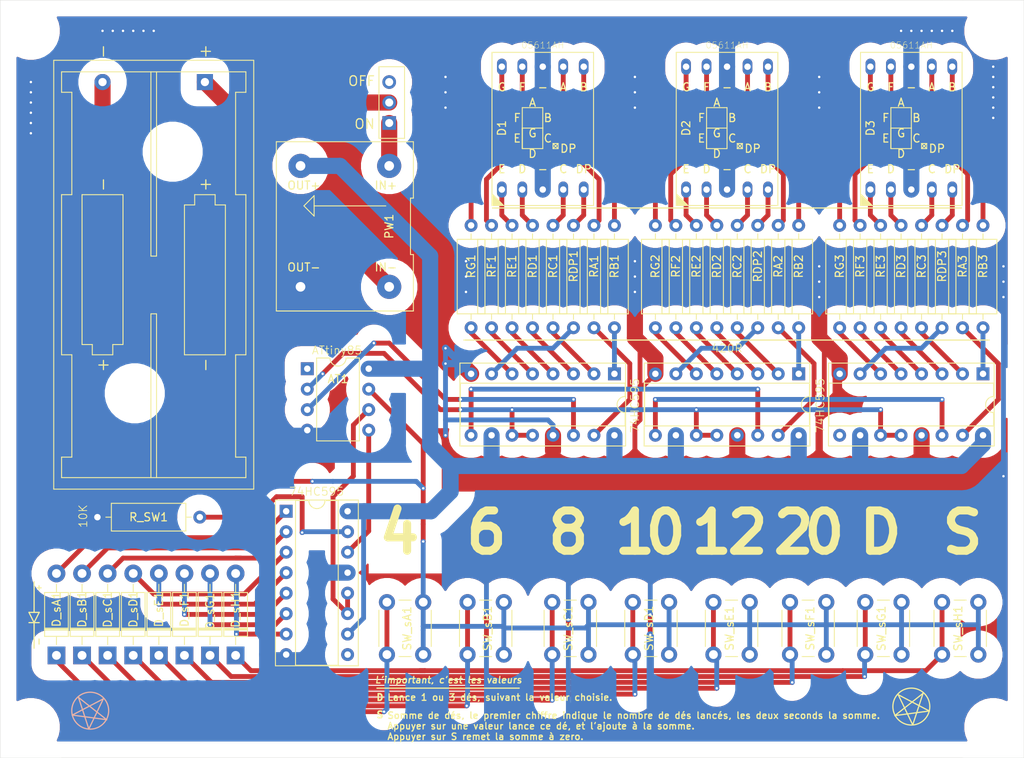
<source format=kicad_pcb>
(kicad_pcb (version 20171130) (host pcbnew 5.1.7-1.fc32)
  (title_block (rev 1))
  (layers (0 Front signal hide) (1 In1.Cu signal hide) (2 In2.Cu signal hide) (31 Back signal hide) (34 B.Paste user) (35 F.Paste user hide) (36 B.SilkS user) (37 F.SilkS user) (38 B.Mask user) (39 F.Mask user) (44 Edge.Cuts user))
  (net 0 "")
  (net 1 +5V)
  (net 2 GND)
  (net 3 /S_switch)
  (net 4 /D_data)
  (net 5 /S_clocks)
  (net 6 /D_clocks)
  (net 7 /S_data)
  (net 8 "Net-(BT1-Pad2)")
  (net 9 "Net-(BT1-Pad1)")
  (net 10 "Net-(D1-Pad5)")
  (net 11 "Net-(D1-Pad6)")
  (net 12 "Net-(D1-Pad4)")
  (net 13 "Net-(D1-Pad7)")
  (net 14 "Net-(D1-Pad2)")
  (net 15 "Net-(D1-Pad9)")
  (net 16 "Net-(D1-Pad1)")
  (net 17 "Net-(D1-Pad10)")
  (net 18 "Net-(D2-Pad5)")
  (net 19 "Net-(D2-Pad6)")
  (net 20 "Net-(D2-Pad4)")
  (net 21 "Net-(D2-Pad7)")
  (net 22 "Net-(D2-Pad2)")
  (net 23 "Net-(D2-Pad9)")
  (net 24 "Net-(D2-Pad1)")
  (net 25 "Net-(D2-Pad10)")
  (net 26 "Net-(D3-Pad5)")
  (net 27 "Net-(D3-Pad6)")
  (net 28 "Net-(D3-Pad4)")
  (net 29 "Net-(D3-Pad7)")
  (net 30 "Net-(D3-Pad2)")
  (net 31 "Net-(D3-Pad9)")
  (net 32 "Net-(D3-Pad1)")
  (net 33 "Net-(D3-Pad10)")
  (net 34 "Net-(D_sA1-Pad2)")
  (net 35 "Net-(D_sA1-Pad1)")
  (net 36 "Net-(D_sB1-Pad2)")
  (net 37 "Net-(D_sB1-Pad1)")
  (net 38 "Net-(D_sC1-Pad2)")
  (net 39 "Net-(D_sC1-Pad1)")
  (net 40 "Net-(D_sD1-Pad2)")
  (net 41 "Net-(D_sD1-Pad1)")
  (net 42 "Net-(D_sE1-Pad2)")
  (net 43 "Net-(D_sE1-Pad1)")
  (net 44 "Net-(D_sF1-Pad2)")
  (net 45 "Net-(D_sF1-Pad1)")
  (net 46 "Net-(D_sG1-Pad2)")
  (net 47 "Net-(D_sG1-Pad1)")
  (net 48 "Net-(D_sH1-Pad2)")
  (net 49 "Net-(D_sH1-Pad1)")
  (net 50 "Net-(PW1-Pad1)")
  (net 51 "Net-(RA1-Pad2)")
  (net 52 "Net-(RA2-Pad2)")
  (net 53 "Net-(RA3-Pad2)")
  (net 54 "Net-(RB1-Pad2)")
  (net 55 "Net-(RB2-Pad2)")
  (net 56 "Net-(RB3-Pad2)")
  (net 57 "Net-(RC1-Pad2)")
  (net 58 "Net-(RC2-Pad2)")
  (net 59 "Net-(RC3-Pad2)")
  (net 60 "Net-(RD1-Pad2)")
  (net 61 "Net-(RD2-Pad2)")
  (net 62 "Net-(RD3-Pad2)")
  (net 63 "Net-(RDP1-Pad2)")
  (net 64 "Net-(RDP2-Pad2)")
  (net 65 "Net-(RDP3-Pad2)")
  (net 66 "Net-(RE1-Pad2)")
  (net 67 "Net-(RE2-Pad2)")
  (net 68 "Net-(RE3-Pad2)")
  (net 69 "Net-(RF1-Pad2)")
  (net 70 "Net-(RF2-Pad2)")
  (net 71 "Net-(RF3-Pad2)")
  (net 72 "Net-(RG1-Pad2)")
  (net 73 "Net-(RG2-Pad2)")
  (net 74 "Net-(RG3-Pad2)")
  (net 75 "/Digit 2/data_in")
  (net 76 "/Digit 3/data_in")
  (module Connector_PinHeader_2.54mm:PinHeader_1x03_P2.54mm_Horizontal (layer Front) (at 125.73 57.785 180)
    (fp_text reference S_PW1 hide)
    (fp_text value SW_SPDT)
    (pad 3 thru_hole oval (at 0 5.08 180) (size 1.7 1.7) (drill 1) (layers *.Cu *.Mask))
    (pad 2 thru_hole oval (at 0 2.54 180) (size 1.7 1.7) (drill 1) (layers *.Cu *.Mask) (net 9 "Net-(BT1-Pad1)"))
    (pad 1 thru_hole rect (at 0 0 180) (size 1.7 1.7) (drill 1) (layers *.Cu *.Mask) (net 50 "Net-(PW1-Pad1)"))
  )
  (module MountingHole:MountingHole_3.2mm_M3 (layer Front) (at 200.66 132.715)
    (fp_text reference REF** hide)
    (fp_text value " " hide)
    (pad 1 np_thru_hole circle (at 0 0) (size 3.2 3.2) (drill 3.2) (layers *.Cu *.Mask))
  )
  (module MountingHole:MountingHole_3.2mm_M3 (layer Front) (at 200.66 46.355)
    (fp_text reference REF** hide)
    (fp_text value " " hide)
    (pad 1 np_thru_hole circle (at 0 0) (size 3.2 3.2) (drill 3.2) (layers *.Cu *.Mask))
  )
  (module MountingHole:MountingHole_3.2mm_M3 (layer Front) (at 81.28 46.355)
    (fp_text reference REF** hide)
    (fp_text value " " hide)
    (pad 1 np_thru_hole circle (at 0 0) (size 3.2 3.2) (drill 3.2) (layers *.Cu *.Mask))
  )
  (module MountingHole:MountingHole_3.2mm_M3 (layer Front) (at 81.28 132.715)
    (fp_text reference REF** hide)
    (fp_text value " ")
    (pad 1 np_thru_hole circle (at 0 0) (size 3.2 3.2) (drill 3.2) (layers *.Cu *.Mask))
  )
  (module Button_Switch_THT:SW_PUSH_6mm_H5mm (layer Front) (at 184.785 123.725 90)
    (fp_text reference SW_sG1 (at 3.25 2 90) (layer F.SilkS))
    (fp_text value SW_Push)
    (pad 1 thru_hole circle (at 6.5 0 180) (size 2 2) (drill 1.1) (layers *.Cu *.Mask) (net 47 "Net-(D_sG1-Pad1)"))
    (pad 2 thru_hole circle (at 6.5 4.5 180) (size 2 2) (drill 1.1) (layers *.Cu *.Mask) (net 3 /S_switch))
    (pad 1 thru_hole circle (at 0 0 180) (size 2 2) (drill 1.1) (layers *.Cu *.Mask) (net 47 "Net-(D_sG1-Pad1)"))
    (pad 2 thru_hole circle (at 0 4.5 180) (size 2 2) (drill 1.1) (layers *.Cu *.Mask) (net 3 /S_switch))
  )
  (module Button_Switch_THT:SW_PUSH_6mm_H5mm (layer Front) (at 194.31 123.725 90)
    (fp_text reference SW_sH1 (at 3.25 2 90) (layer F.SilkS))
    (fp_text value SW_Push)
    (pad 1 thru_hole circle (at 6.5 0 180) (size 2 2) (drill 1.1) (layers *.Cu *.Mask) (net 49 "Net-(D_sH1-Pad1)"))
    (pad 2 thru_hole circle (at 6.5 4.5 180) (size 2 2) (drill 1.1) (layers *.Cu *.Mask) (net 3 /S_switch))
    (pad 1 thru_hole circle (at 0 0 180) (size 2 2) (drill 1.1) (layers *.Cu *.Mask) (net 49 "Net-(D_sH1-Pad1)"))
    (pad 2 thru_hole circle (at 0 4.5 180) (size 2 2) (drill 1.1) (layers *.Cu *.Mask) (net 3 /S_switch))
  )
  (module Package_DIP:DIP-16_W7.62mm_Socket (layer Front) (at 176.53 88.9 270)
    (fp_text reference UD_2 hide)
    (fp_text value 74HC595)
    (pad 16 thru_hole oval (at 7.62 0 270) (size 1.6 1.6) (drill 0.8) (layers *.Cu *.Mask) (net 1 +5V))
    (pad 8 thru_hole oval (at 0 17.78 270) (size 1.6 1.6) (drill 0.8) (layers *.Cu *.Mask) (net 2 GND))
    (pad 15 thru_hole oval (at 7.62 2.54 270) (size 1.6 1.6) (drill 0.8) (layers *.Cu *.Mask) (net 52 "Net-(RA2-Pad2)"))
    (pad 7 thru_hole oval (at 0 15.24 270) (size 1.6 1.6) (drill 0.8) (layers *.Cu *.Mask) (net 64 "Net-(RDP2-Pad2)"))
    (pad 14 thru_hole oval (at 7.62 5.08 270) (size 1.6 1.6) (drill 0.8) (layers *.Cu *.Mask) (net 75 "/Digit 2/data_in"))
    (pad 6 thru_hole oval (at 0 12.7 270) (size 1.6 1.6) (drill 0.8) (layers *.Cu *.Mask) (net 73 "Net-(RG2-Pad2)"))
    (pad 13 thru_hole oval (at 7.62 7.62 270) (size 1.6 1.6) (drill 0.8) (layers *.Cu *.Mask) (net 2 GND))
    (pad 5 thru_hole oval (at 0 10.16 270) (size 1.6 1.6) (drill 0.8) (layers *.Cu *.Mask) (net 70 "Net-(RF2-Pad2)"))
    (pad 12 thru_hole oval (at 7.62 10.16 270) (size 1.6 1.6) (drill 0.8) (layers *.Cu *.Mask) (net 6 /D_clocks))
    (pad 4 thru_hole oval (at 0 7.62 270) (size 1.6 1.6) (drill 0.8) (layers *.Cu *.Mask) (net 67 "Net-(RE2-Pad2)"))
    (pad 11 thru_hole oval (at 7.62 12.7 270) (size 1.6 1.6) (drill 0.8) (layers *.Cu *.Mask) (net 6 /D_clocks))
    (pad 3 thru_hole oval (at 0 5.08 270) (size 1.6 1.6) (drill 0.8) (layers *.Cu *.Mask) (net 61 "Net-(RD2-Pad2)"))
    (pad 10 thru_hole oval (at 7.62 15.24 270) (size 1.6 1.6) (drill 0.8) (layers *.Cu *.Mask) (net 1 +5V))
    (pad 2 thru_hole oval (at 0 2.54 270) (size 1.6 1.6) (drill 0.8) (layers *.Cu *.Mask) (net 58 "Net-(RC2-Pad2)"))
    (pad 9 thru_hole oval (at 7.62 17.78 270) (size 1.6 1.6) (drill 0.8) (layers *.Cu *.Mask) (net 76 "/Digit 3/data_in"))
    (pad 1 thru_hole rect (at 0 0 270) (size 1.6 1.6) (drill 0.8) (layers *.Cu *.Mask) (net 55 "Net-(RB2-Pad2)"))
  )
  (module Package_DIP:DIP-16_W7.62mm_Socket (layer Front) (at 112.95 105.945)
    (fp_text reference U_SW1 hide)
    (fp_text value 74HC595)
    (pad 16 thru_hole oval (at 7.62 0) (size 1.6 1.6) (drill 0.8) (layers *.Cu *.Mask) (net 1 +5V))
    (pad 8 thru_hole oval (at 0 17.78) (size 1.6 1.6) (drill 0.8) (layers *.Cu *.Mask) (net 2 GND))
    (pad 15 thru_hole oval (at 7.62 2.54) (size 1.6 1.6) (drill 0.8) (layers *.Cu *.Mask) (net 34 "Net-(D_sA1-Pad2)"))
    (pad 7 thru_hole oval (at 0 15.24) (size 1.6 1.6) (drill 0.8) (layers *.Cu *.Mask) (net 48 "Net-(D_sH1-Pad2)"))
    (pad 14 thru_hole oval (at 7.62 5.08) (size 1.6 1.6) (drill 0.8) (layers *.Cu *.Mask) (net 7 /S_data))
    (pad 6 thru_hole oval (at 0 12.7) (size 1.6 1.6) (drill 0.8) (layers *.Cu *.Mask) (net 46 "Net-(D_sG1-Pad2)"))
    (pad 13 thru_hole oval (at 7.62 7.62) (size 1.6 1.6) (drill 0.8) (layers *.Cu *.Mask) (net 2 GND))
    (pad 5 thru_hole oval (at 0 10.16) (size 1.6 1.6) (drill 0.8) (layers *.Cu *.Mask) (net 44 "Net-(D_sF1-Pad2)"))
    (pad 12 thru_hole oval (at 7.62 10.16) (size 1.6 1.6) (drill 0.8) (layers *.Cu *.Mask) (net 5 /S_clocks))
    (pad 4 thru_hole oval (at 0 7.62) (size 1.6 1.6) (drill 0.8) (layers *.Cu *.Mask) (net 42 "Net-(D_sE1-Pad2)"))
    (pad 11 thru_hole oval (at 7.62 12.7) (size 1.6 1.6) (drill 0.8) (layers *.Cu *.Mask) (net 5 /S_clocks))
    (pad 3 thru_hole oval (at 0 5.08) (size 1.6 1.6) (drill 0.8) (layers *.Cu *.Mask) (net 40 "Net-(D_sD1-Pad2)"))
    (pad 10 thru_hole oval (at 7.62 15.24) (size 1.6 1.6) (drill 0.8) (layers *.Cu *.Mask) (net 1 +5V))
    (pad 2 thru_hole oval (at 0 2.54) (size 1.6 1.6) (drill 0.8) (layers *.Cu *.Mask) (net 38 "Net-(D_sC1-Pad2)"))
    (pad 9 thru_hole oval (at 7.62 17.78) (size 1.6 1.6) (drill 0.8) (layers *.Cu *.Mask))
    (pad 1 thru_hole rect (at 0 0) (size 1.6 1.6) (drill 0.8) (layers *.Cu *.Mask) (net 36 "Net-(D_sB1-Pad2)"))
  )
  (module Package_DIP:DIP-16_W7.62mm_Socket (layer Front) (at 199.39 88.9 270)
    (fp_text reference U_D3 hide)
    (fp_text value 74HC595)
    (pad 16 thru_hole oval (at 7.62 0 270) (size 1.6 1.6) (drill 0.8) (layers *.Cu *.Mask) (net 1 +5V))
    (pad 8 thru_hole oval (at 0 17.78 270) (size 1.6 1.6) (drill 0.8) (layers *.Cu *.Mask) (net 2 GND))
    (pad 15 thru_hole oval (at 7.62 2.54 270) (size 1.6 1.6) (drill 0.8) (layers *.Cu *.Mask) (net 53 "Net-(RA3-Pad2)"))
    (pad 7 thru_hole oval (at 0 15.24 270) (size 1.6 1.6) (drill 0.8) (layers *.Cu *.Mask) (net 65 "Net-(RDP3-Pad2)"))
    (pad 14 thru_hole oval (at 7.62 5.08 270) (size 1.6 1.6) (drill 0.8) (layers *.Cu *.Mask) (net 76 "/Digit 3/data_in"))
    (pad 6 thru_hole oval (at 0 12.7 270) (size 1.6 1.6) (drill 0.8) (layers *.Cu *.Mask) (net 74 "Net-(RG3-Pad2)"))
    (pad 13 thru_hole oval (at 7.62 7.62 270) (size 1.6 1.6) (drill 0.8) (layers *.Cu *.Mask) (net 2 GND))
    (pad 5 thru_hole oval (at 0 10.16 270) (size 1.6 1.6) (drill 0.8) (layers *.Cu *.Mask) (net 71 "Net-(RF3-Pad2)"))
    (pad 12 thru_hole oval (at 7.62 10.16 270) (size 1.6 1.6) (drill 0.8) (layers *.Cu *.Mask) (net 6 /D_clocks))
    (pad 4 thru_hole oval (at 0 7.62 270) (size 1.6 1.6) (drill 0.8) (layers *.Cu *.Mask) (net 68 "Net-(RE3-Pad2)"))
    (pad 11 thru_hole oval (at 7.62 12.7 270) (size 1.6 1.6) (drill 0.8) (layers *.Cu *.Mask) (net 6 /D_clocks))
    (pad 3 thru_hole oval (at 0 5.08 270) (size 1.6 1.6) (drill 0.8) (layers *.Cu *.Mask) (net 62 "Net-(RD3-Pad2)"))
    (pad 10 thru_hole oval (at 7.62 15.24 270) (size 1.6 1.6) (drill 0.8) (layers *.Cu *.Mask) (net 1 +5V))
    (pad 2 thru_hole oval (at 0 2.54 270) (size 1.6 1.6) (drill 0.8) (layers *.Cu *.Mask) (net 59 "Net-(RC3-Pad2)"))
    (pad 9 thru_hole oval (at 7.62 17.78 270) (size 1.6 1.6) (drill 0.8) (layers *.Cu *.Mask))
    (pad 1 thru_hole rect (at 0 0 270) (size 1.6 1.6) (drill 0.8) (layers *.Cu *.Mask) (net 56 "Net-(RB3-Pad2)"))
  )
  (module Package_DIP:DIP-16_W7.62mm_Socket (layer Front) (at 153.67 88.9 270)
    (fp_text reference U_D1 hide)
    (fp_text value 74HC595)
    (pad 16 thru_hole oval (at 7.62 0 270) (size 1.6 1.6) (drill 0.8) (layers *.Cu *.Mask) (net 1 +5V))
    (pad 8 thru_hole oval (at 0 17.78 270) (size 1.6 1.6) (drill 0.8) (layers *.Cu *.Mask) (net 2 GND))
    (pad 15 thru_hole oval (at 7.62 2.54 270) (size 1.6 1.6) (drill 0.8) (layers *.Cu *.Mask) (net 51 "Net-(RA1-Pad2)"))
    (pad 7 thru_hole oval (at 0 15.24 270) (size 1.6 1.6) (drill 0.8) (layers *.Cu *.Mask) (net 63 "Net-(RDP1-Pad2)"))
    (pad 14 thru_hole oval (at 7.62 5.08 270) (size 1.6 1.6) (drill 0.8) (layers *.Cu *.Mask) (net 4 /D_data))
    (pad 6 thru_hole oval (at 0 12.7 270) (size 1.6 1.6) (drill 0.8) (layers *.Cu *.Mask) (net 72 "Net-(RG1-Pad2)"))
    (pad 13 thru_hole oval (at 7.62 7.62 270) (size 1.6 1.6) (drill 0.8) (layers *.Cu *.Mask) (net 2 GND))
    (pad 5 thru_hole oval (at 0 10.16 270) (size 1.6 1.6) (drill 0.8) (layers *.Cu *.Mask) (net 69 "Net-(RF1-Pad2)"))
    (pad 12 thru_hole oval (at 7.62 10.16 270) (size 1.6 1.6) (drill 0.8) (layers *.Cu *.Mask) (net 6 /D_clocks))
    (pad 4 thru_hole oval (at 0 7.62 270) (size 1.6 1.6) (drill 0.8) (layers *.Cu *.Mask) (net 66 "Net-(RE1-Pad2)"))
    (pad 11 thru_hole oval (at 7.62 12.7 270) (size 1.6 1.6) (drill 0.8) (layers *.Cu *.Mask) (net 6 /D_clocks))
    (pad 3 thru_hole oval (at 0 5.08 270) (size 1.6 1.6) (drill 0.8) (layers *.Cu *.Mask) (net 60 "Net-(RD1-Pad2)"))
    (pad 10 thru_hole oval (at 7.62 15.24 270) (size 1.6 1.6) (drill 0.8) (layers *.Cu *.Mask) (net 1 +5V))
    (pad 2 thru_hole oval (at 0 2.54 270) (size 1.6 1.6) (drill 0.8) (layers *.Cu *.Mask) (net 57 "Net-(RC1-Pad2)"))
    (pad 9 thru_hole oval (at 7.62 17.78 270) (size 1.6 1.6) (drill 0.8) (layers *.Cu *.Mask) (net 75 "/Digit 2/data_in"))
    (pad 1 thru_hole rect (at 0 0 270) (size 1.6 1.6) (drill 0.8) (layers *.Cu *.Mask) (net 54 "Net-(RB1-Pad2)"))
  )
  (module Button_Switch_THT:SW_PUSH_6mm_H5mm (layer Front) (at 175.45 123.725 90)
    (fp_text reference SW_sF1 (at 3.25 2.5 90) (layer F.SilkS))
    (fp_text value SW_Push)
    (pad 1 thru_hole circle (at 6.5 0 180) (size 2 2) (drill 1.1) (layers *.Cu *.Mask) (net 45 "Net-(D_sF1-Pad1)"))
    (pad 2 thru_hole circle (at 6.5 4.5 180) (size 2 2) (drill 1.1) (layers *.Cu *.Mask) (net 3 /S_switch))
    (pad 1 thru_hole circle (at 0 0 180) (size 2 2) (drill 1.1) (layers *.Cu *.Mask) (net 45 "Net-(D_sF1-Pad1)"))
    (pad 2 thru_hole circle (at 0 4.5 180) (size 2 2) (drill 1.1) (layers *.Cu *.Mask) (net 3 /S_switch))
  )
  (module Button_Switch_THT:SW_PUSH_6mm_H5mm (layer Front) (at 165.95 123.725 90)
    (fp_text reference SW_sE1 (at 3.25 2 90) (layer F.SilkS))
    (fp_text value SW_Push)
    (pad 1 thru_hole circle (at 6.5 0 180) (size 2 2) (drill 1.1) (layers *.Cu *.Mask) (net 43 "Net-(D_sE1-Pad1)"))
    (pad 2 thru_hole circle (at 6.5 4.5 180) (size 2 2) (drill 1.1) (layers *.Cu *.Mask) (net 3 /S_switch))
    (pad 1 thru_hole circle (at 0 0 180) (size 2 2) (drill 1.1) (layers *.Cu *.Mask) (net 43 "Net-(D_sE1-Pad1)"))
    (pad 2 thru_hole circle (at 0 4.5 180) (size 2 2) (drill 1.1) (layers *.Cu *.Mask) (net 3 /S_switch))
  )
  (module Button_Switch_THT:SW_PUSH_6mm_H5mm (layer Front) (at 155.95 123.725 90)
    (fp_text reference SW_sD1 (at 3.25 2 90) (layer F.SilkS))
    (fp_text value SW_Push)
    (pad 1 thru_hole circle (at 6.5 0 180) (size 2 2) (drill 1.1) (layers *.Cu *.Mask) (net 41 "Net-(D_sD1-Pad1)"))
    (pad 2 thru_hole circle (at 6.5 4.5 180) (size 2 2) (drill 1.1) (layers *.Cu *.Mask) (net 3 /S_switch))
    (pad 1 thru_hole circle (at 0 0 180) (size 2 2) (drill 1.1) (layers *.Cu *.Mask) (net 41 "Net-(D_sD1-Pad1)"))
    (pad 2 thru_hole circle (at 0 4.5 180) (size 2 2) (drill 1.1) (layers *.Cu *.Mask) (net 3 /S_switch))
  )
  (module Button_Switch_THT:SW_PUSH_6mm_H5mm (layer Front) (at 145.95 123.725 90)
    (fp_text reference SW_sC1 (at 3.25 2 90) (layer F.SilkS))
    (fp_text value SW_Push)
    (pad 1 thru_hole circle (at 6.5 0 180) (size 2 2) (drill 1.1) (layers *.Cu *.Mask) (net 39 "Net-(D_sC1-Pad1)"))
    (pad 2 thru_hole circle (at 6.5 4.5 180) (size 2 2) (drill 1.1) (layers *.Cu *.Mask) (net 3 /S_switch))
    (pad 1 thru_hole circle (at 0 0 180) (size 2 2) (drill 1.1) (layers *.Cu *.Mask) (net 39 "Net-(D_sC1-Pad1)"))
    (pad 2 thru_hole circle (at 0 4.5 180) (size 2 2) (drill 1.1) (layers *.Cu *.Mask) (net 3 /S_switch))
  )
  (module Button_Switch_THT:SW_PUSH_6mm_H5mm (layer Front) (at 135.45 123.725 90)
    (fp_text reference SW_sB1 (at 3.25 2.5 90) (layer F.SilkS))
    (fp_text value SW_Push)
    (pad 1 thru_hole circle (at 6.5 0 180) (size 2 2) (drill 1.1) (layers *.Cu *.Mask) (net 37 "Net-(D_sB1-Pad1)"))
    (pad 2 thru_hole circle (at 6.5 4.5 180) (size 2 2) (drill 1.1) (layers *.Cu *.Mask) (net 3 /S_switch))
    (pad 1 thru_hole circle (at 0 0 180) (size 2 2) (drill 1.1) (layers *.Cu *.Mask) (net 37 "Net-(D_sB1-Pad1)"))
    (pad 2 thru_hole circle (at 0 4.5 180) (size 2 2) (drill 1.1) (layers *.Cu *.Mask) (net 3 /S_switch))
  )
  (module Button_Switch_THT:SW_PUSH_6mm_H5mm (layer Front) (at 125.45 123.725 90)
    (fp_text reference SW_sA1 (at 3.25 2.5 90) (layer F.SilkS))
    (fp_text value SW_Push)
    (pad 1 thru_hole circle (at 6.5 0 180) (size 2 2) (drill 1.1) (layers *.Cu *.Mask) (net 35 "Net-(D_sA1-Pad1)"))
    (pad 2 thru_hole circle (at 6.5 4.5 180) (size 2 2) (drill 1.1) (layers *.Cu *.Mask) (net 3 /S_switch))
    (pad 1 thru_hole circle (at 0 0 180) (size 2 2) (drill 1.1) (layers *.Cu *.Mask) (net 35 "Net-(D_sA1-Pad1)"))
    (pad 2 thru_hole circle (at 0 4.5 180) (size 2 2) (drill 1.1) (layers *.Cu *.Mask) (net 3 /S_switch))
  )
  (module Resistor_THT:R_Axial_DIN0309_L9.0mm_D3.2mm_P12.70mm_Horizontal (layer Front) (at 181.61 70.485 270)
    (fp_text reference RG3 (at 5.08 0 90) (layer F.SilkS))
    (fp_text value 330)
    (pad 2 thru_hole oval (at 12.7 0 270) (size 1.6 1.6) (drill 0.8) (layers *.Cu *.Mask) (net 74 "Net-(RG3-Pad2)"))
    (pad 1 thru_hole circle (at 0 0 270) (size 1.6 1.6) (drill 0.8) (layers *.Cu *.Mask) (net 33 "Net-(D3-Pad10)"))
  )
  (module Resistor_THT:R_Axial_DIN0309_L9.0mm_D3.2mm_P12.70mm_Horizontal (layer Front) (at 158.75 70.485 270)
    (fp_text reference RG2 (at 5.08 0 90) (layer F.SilkS))
    (fp_text value 330)
    (pad 2 thru_hole oval (at 12.7 0 270) (size 1.6 1.6) (drill 0.8) (layers *.Cu *.Mask) (net 73 "Net-(RG2-Pad2)"))
    (pad 1 thru_hole circle (at 0 0 270) (size 1.6 1.6) (drill 0.8) (layers *.Cu *.Mask) (net 25 "Net-(D2-Pad10)"))
  )
  (module Resistor_THT:R_Axial_DIN0309_L9.0mm_D3.2mm_P12.70mm_Horizontal (layer Front) (at 135.89 70.485 270)
    (fp_text reference RG1 (at 5.08 0 90) (layer F.SilkS))
    (fp_text value 330)
    (pad 2 thru_hole oval (at 12.7 0 270) (size 1.6 1.6) (drill 0.8) (layers *.Cu *.Mask) (net 72 "Net-(RG1-Pad2)"))
    (pad 1 thru_hole circle (at 0 0 270) (size 1.6 1.6) (drill 0.8) (layers *.Cu *.Mask) (net 17 "Net-(D1-Pad10)"))
  )
  (module Resistor_THT:R_Axial_DIN0309_L9.0mm_D3.2mm_P12.70mm_Horizontal (layer Front) (at 184.15 70.485 270)
    (fp_text reference RF3 (at 5.08 0 90) (layer F.SilkS))
    (fp_text value 330)
    (pad 2 thru_hole oval (at 12.7 0 270) (size 1.6 1.6) (drill 0.8) (layers *.Cu *.Mask) (net 71 "Net-(RF3-Pad2)"))
    (pad 1 thru_hole circle (at 0 0 270) (size 1.6 1.6) (drill 0.8) (layers *.Cu *.Mask) (net 31 "Net-(D3-Pad9)"))
  )
  (module Resistor_THT:R_Axial_DIN0309_L9.0mm_D3.2mm_P12.70mm_Horizontal (layer Front) (at 161.29 70.485 270)
    (fp_text reference RF2 (at 5.08 0 90) (layer F.SilkS))
    (fp_text value 330)
    (pad 2 thru_hole oval (at 12.7 0 270) (size 1.6 1.6) (drill 0.8) (layers *.Cu *.Mask) (net 70 "Net-(RF2-Pad2)"))
    (pad 1 thru_hole circle (at 0 0 270) (size 1.6 1.6) (drill 0.8) (layers *.Cu *.Mask) (net 23 "Net-(D2-Pad9)"))
  )
  (module Resistor_THT:R_Axial_DIN0309_L9.0mm_D3.2mm_P12.70mm_Horizontal (layer Front) (at 138.43 70.485 270)
    (fp_text reference RF1 (at 5.08 0 90) (layer F.SilkS))
    (fp_text value 330)
    (pad 2 thru_hole oval (at 12.7 0 270) (size 1.6 1.6) (drill 0.8) (layers *.Cu *.Mask) (net 69 "Net-(RF1-Pad2)"))
    (pad 1 thru_hole circle (at 0 0 270) (size 1.6 1.6) (drill 0.8) (layers *.Cu *.Mask) (net 15 "Net-(D1-Pad9)"))
  )
  (module Resistor_THT:R_Axial_DIN0309_L9.0mm_D3.2mm_P12.70mm_Horizontal (layer Front) (at 186.69 70.485 270)
    (fp_text reference RE3 (at 5.08 0 90) (layer F.SilkS))
    (fp_text value 330)
    (pad 2 thru_hole oval (at 12.7 0 270) (size 1.6 1.6) (drill 0.8) (layers *.Cu *.Mask) (net 68 "Net-(RE3-Pad2)"))
    (pad 1 thru_hole circle (at 0 0 270) (size 1.6 1.6) (drill 0.8) (layers *.Cu *.Mask) (net 32 "Net-(D3-Pad1)"))
  )
  (module Resistor_THT:R_Axial_DIN0309_L9.0mm_D3.2mm_P12.70mm_Horizontal (layer Front) (at 163.83 70.485 270)
    (fp_text reference RE2 (at 5.08 0 90) (layer F.SilkS))
    (fp_text value 330)
    (pad 2 thru_hole oval (at 12.7 0 270) (size 1.6 1.6) (drill 0.8) (layers *.Cu *.Mask) (net 67 "Net-(RE2-Pad2)"))
    (pad 1 thru_hole circle (at 0 0 270) (size 1.6 1.6) (drill 0.8) (layers *.Cu *.Mask) (net 24 "Net-(D2-Pad1)"))
  )
  (module Resistor_THT:R_Axial_DIN0309_L9.0mm_D3.2mm_P12.70mm_Horizontal (layer Front) (at 140.97 70.485 270)
    (fp_text reference RE1 (at 5.08 0 90) (layer F.SilkS))
    (fp_text value 330)
    (pad 2 thru_hole oval (at 12.7 0 270) (size 1.6 1.6) (drill 0.8) (layers *.Cu *.Mask) (net 66 "Net-(RE1-Pad2)"))
    (pad 1 thru_hole circle (at 0 0 270) (size 1.6 1.6) (drill 0.8) (layers *.Cu *.Mask) (net 16 "Net-(D1-Pad1)"))
  )
  (module Resistor_THT:R_Axial_DIN0309_L9.0mm_D3.2mm_P12.70mm_Horizontal (layer Front) (at 194.31 70.485 270)
    (fp_text reference RDP3 (at 5.08 0 90) (layer F.SilkS))
    (fp_text value 330)
    (pad 2 thru_hole oval (at 12.7 0 270) (size 1.6 1.6) (drill 0.8) (layers *.Cu *.Mask) (net 65 "Net-(RDP3-Pad2)"))
    (pad 1 thru_hole circle (at 0 0 270) (size 1.6 1.6) (drill 0.8) (layers *.Cu *.Mask) (net 26 "Net-(D3-Pad5)"))
  )
  (module Resistor_THT:R_Axial_DIN0309_L9.0mm_D3.2mm_P12.70mm_Horizontal (layer Front) (at 171.45 70.485 270)
    (fp_text reference RDP2 (at 5.08 0 90) (layer F.SilkS))
    (fp_text value 330)
    (pad 2 thru_hole oval (at 12.7 0 270) (size 1.6 1.6) (drill 0.8) (layers *.Cu *.Mask) (net 64 "Net-(RDP2-Pad2)"))
    (pad 1 thru_hole circle (at 0 0 270) (size 1.6 1.6) (drill 0.8) (layers *.Cu *.Mask) (net 18 "Net-(D2-Pad5)"))
  )
  (module Resistor_THT:R_Axial_DIN0309_L9.0mm_D3.2mm_P12.70mm_Horizontal (layer Front) (at 148.59 70.485 270)
    (fp_text reference RDP1 (at 5.08 0 90) (layer F.SilkS))
    (fp_text value 330)
    (pad 2 thru_hole oval (at 12.7 0 270) (size 1.6 1.6) (drill 0.8) (layers *.Cu *.Mask) (net 63 "Net-(RDP1-Pad2)"))
    (pad 1 thru_hole circle (at 0 0 270) (size 1.6 1.6) (drill 0.8) (layers *.Cu *.Mask) (net 10 "Net-(D1-Pad5)"))
  )
  (module Resistor_THT:R_Axial_DIN0309_L9.0mm_D3.2mm_P12.70mm_Horizontal (layer Front) (at 189.23 70.485 270)
    (fp_text reference RD3 (at 5.08 0 90) (layer F.SilkS))
    (fp_text value 330)
    (pad 2 thru_hole oval (at 12.7 0 270) (size 1.6 1.6) (drill 0.8) (layers *.Cu *.Mask) (net 62 "Net-(RD3-Pad2)"))
    (pad 1 thru_hole circle (at 0 0 270) (size 1.6 1.6) (drill 0.8) (layers *.Cu *.Mask) (net 30 "Net-(D3-Pad2)"))
  )
  (module Resistor_THT:R_Axial_DIN0309_L9.0mm_D3.2mm_P12.70mm_Horizontal (layer Front) (at 166.37 70.485 270)
    (fp_text reference RD2 (at 5.08 0 90) (layer F.SilkS))
    (fp_text value 330)
    (pad 2 thru_hole oval (at 12.7 0 270) (size 1.6 1.6) (drill 0.8) (layers *.Cu *.Mask) (net 61 "Net-(RD2-Pad2)"))
    (pad 1 thru_hole circle (at 0 0 270) (size 1.6 1.6) (drill 0.8) (layers *.Cu *.Mask) (net 22 "Net-(D2-Pad2)"))
  )
  (module Resistor_THT:R_Axial_DIN0309_L9.0mm_D3.2mm_P12.70mm_Horizontal (layer Front) (at 143.51 70.485 270)
    (fp_text reference RD1 (at 5.08 0 90) (layer F.SilkS))
    (fp_text value 330)
    (pad 2 thru_hole oval (at 12.7 0 270) (size 1.6 1.6) (drill 0.8) (layers *.Cu *.Mask) (net 60 "Net-(RD1-Pad2)"))
    (pad 1 thru_hole circle (at 0 0 270) (size 1.6 1.6) (drill 0.8) (layers *.Cu *.Mask) (net 14 "Net-(D1-Pad2)"))
  )
  (module Resistor_THT:R_Axial_DIN0309_L9.0mm_D3.2mm_P12.70mm_Horizontal (layer Front) (at 191.77 70.485 270)
    (fp_text reference RC3 (at 5.08 0 90) (layer F.SilkS))
    (fp_text value 330)
    (pad 2 thru_hole oval (at 12.7 0 270) (size 1.6 1.6) (drill 0.8) (layers *.Cu *.Mask) (net 59 "Net-(RC3-Pad2)"))
    (pad 1 thru_hole circle (at 0 0 270) (size 1.6 1.6) (drill 0.8) (layers *.Cu *.Mask) (net 28 "Net-(D3-Pad4)"))
  )
  (module Resistor_THT:R_Axial_DIN0309_L9.0mm_D3.2mm_P12.70mm_Horizontal (layer Front) (at 168.91 70.485 270)
    (fp_text reference RC2 (at 5.08 0 90) (layer F.SilkS))
    (fp_text value 330)
    (pad 2 thru_hole oval (at 12.7 0 270) (size 1.6 1.6) (drill 0.8) (layers *.Cu *.Mask) (net 58 "Net-(RC2-Pad2)"))
    (pad 1 thru_hole circle (at 0 0 270) (size 1.6 1.6) (drill 0.8) (layers *.Cu *.Mask) (net 20 "Net-(D2-Pad4)"))
  )
  (module Resistor_THT:R_Axial_DIN0309_L9.0mm_D3.2mm_P12.70mm_Horizontal (layer Front) (at 146.05 70.485 270)
    (fp_text reference RC1 (at 5.08 0 90) (layer F.SilkS))
    (fp_text value 330)
    (pad 2 thru_hole oval (at 12.7 0 270) (size 1.6 1.6) (drill 0.8) (layers *.Cu *.Mask) (net 57 "Net-(RC1-Pad2)"))
    (pad 1 thru_hole circle (at 0 0 270) (size 1.6 1.6) (drill 0.8) (layers *.Cu *.Mask) (net 12 "Net-(D1-Pad4)"))
  )
  (module Resistor_THT:R_Axial_DIN0309_L9.0mm_D3.2mm_P12.70mm_Horizontal (layer Front) (at 199.39 70.485 270)
    (fp_text reference RB3 (at 5.08 0 90) (layer F.SilkS))
    (fp_text value 330)
    (pad 2 thru_hole oval (at 12.7 0 270) (size 1.6 1.6) (drill 0.8) (layers *.Cu *.Mask) (net 56 "Net-(RB3-Pad2)"))
    (pad 1 thru_hole circle (at 0 0 270) (size 1.6 1.6) (drill 0.8) (layers *.Cu *.Mask) (net 27 "Net-(D3-Pad6)"))
  )
  (module Resistor_THT:R_Axial_DIN0309_L9.0mm_D3.2mm_P12.70mm_Horizontal (layer Front) (at 176.53 70.485 270)
    (fp_text reference RB2 (at 5.08 0 90) (layer F.SilkS))
    (fp_text value 330)
    (pad 2 thru_hole oval (at 12.7 0 270) (size 1.6 1.6) (drill 0.8) (layers *.Cu *.Mask) (net 55 "Net-(RB2-Pad2)"))
    (pad 1 thru_hole circle (at 0 0 270) (size 1.6 1.6) (drill 0.8) (layers *.Cu *.Mask) (net 19 "Net-(D2-Pad6)"))
  )
  (module Resistor_THT:R_Axial_DIN0309_L9.0mm_D3.2mm_P12.70mm_Horizontal (layer Front) (at 153.67 70.485 270)
    (fp_text reference RB1 (at 5.08 0 90) (layer F.SilkS))
    (fp_text value 330)
    (pad 2 thru_hole oval (at 12.7 0 270) (size 1.6 1.6) (drill 0.8) (layers *.Cu *.Mask) (net 54 "Net-(RB1-Pad2)"))
    (pad 1 thru_hole circle (at 0 0 270) (size 1.6 1.6) (drill 0.8) (layers *.Cu *.Mask) (net 11 "Net-(D1-Pad6)"))
  )
  (module Resistor_THT:R_Axial_DIN0309_L9.0mm_D3.2mm_P12.70mm_Horizontal (layer Front) (at 196.85 70.485 270)
    (fp_text reference RA3 (at 5.08 0 90) (layer F.SilkS))
    (fp_text value 330)
    (pad 2 thru_hole oval (at 12.7 0 270) (size 1.6 1.6) (drill 0.8) (layers *.Cu *.Mask) (net 53 "Net-(RA3-Pad2)"))
    (pad 1 thru_hole circle (at 0 0 270) (size 1.6 1.6) (drill 0.8) (layers *.Cu *.Mask) (net 29 "Net-(D3-Pad7)"))
  )
  (module Resistor_THT:R_Axial_DIN0309_L9.0mm_D3.2mm_P12.70mm_Horizontal (layer Front) (at 173.99 70.485 270)
    (fp_text reference RA2 (at 5.08 0 90) (layer F.SilkS))
    (fp_text value 330)
    (pad 2 thru_hole oval (at 12.7 0 270) (size 1.6 1.6) (drill 0.8) (layers *.Cu *.Mask) (net 52 "Net-(RA2-Pad2)"))
    (pad 1 thru_hole circle (at 0 0 270) (size 1.6 1.6) (drill 0.8) (layers *.Cu *.Mask) (net 21 "Net-(D2-Pad7)"))
  )
  (module Resistor_THT:R_Axial_DIN0309_L9.0mm_D3.2mm_P12.70mm_Horizontal (layer Front) (at 151.13 70.485 270)
    (fp_text reference RA1 (at 5.08 0 90) (layer F.SilkS))
    (fp_text value 330)
    (pad 2 thru_hole oval (at 12.7 0 270) (size 1.6 1.6) (drill 0.8) (layers *.Cu *.Mask) (net 51 "Net-(RA1-Pad2)"))
    (pad 1 thru_hole circle (at 0 0 270) (size 1.6 1.6) (drill 0.8) (layers *.Cu *.Mask) (net 13 "Net-(D1-Pad7)"))
  )
  (module Resistor_THT:R_Axial_DIN0309_L9.0mm_D3.2mm_P12.70mm_Horizontal (layer Front) (at 102.235 106.68 180)
    (fp_text reference R_SW1 (at 6.35 0) (layer F.SilkS))
    (fp_text value 10K)
    (pad 2 thru_hole oval (at 12.7 0 180) (size 1.6 1.6) (drill 0.8) (layers *.Cu *.Mask) (net 2 GND))
    (pad 1 thru_hole circle (at 0 0 180) (size 1.6 1.6) (drill 0.8) (layers *.Cu *.Mask) (net 3 /S_switch))
  )
  (module pierre:5V_OSJK (layer Front) (at 120.23 70.605 180)
    (fp_text reference PW1 (at -5.5 0 90) (layer F.SilkS))
    (fp_text value 5V_OSJK)
    (fp_text user OUT- (at 5.08 -5.08) (layer F.SilkS))
    (fp_text user IN- (at -5.08 -5.08) (layer F.SilkS))
    (fp_text user OUT+ (at 5.08 5.08) (layer F.SilkS))
    (fp_text user IN+ (at -5.08 5.08) (layer F.SilkS))
    (pad 2 thru_hole circle (at 5.5 7.5 180) (size 3 3) (drill 1.2) (layers *.Cu *.Mask) (net 1 +5V))
    (pad 3 thru_hole circle (at 5.5 -7.5 180) (size 3 3) (drill 1.2) (layers *.Cu *.Mask) (net 2 GND))
    (pad 1 thru_hole circle (at -5.5 7.5 180) (size 3 3) (drill 1.2) (layers *.Cu *.Mask) (net 50 "Net-(PW1-Pad1)"))
    (pad 4 thru_hole circle (at -5.5 -7.5 180) (size 3 3) (drill 1.2) (layers *.Cu *.Mask) (net 8 "Net-(BT1-Pad2)"))
  )
  (module Diode_THT:D_DO-41_SOD81_P10.16mm_Horizontal (layer Front) (at 106.68 123.825 90)
    (fp_text reference D_sH1 (at 5.715 0 90) (layer F.SilkS))
    (fp_text value D)
    (pad 2 thru_hole oval (at 10.16 0 90) (size 2.2 2.2) (drill 1.1) (layers *.Cu *.Mask) (net 48 "Net-(D_sH1-Pad2)"))
    (pad 1 thru_hole rect (at 0 0 90) (size 2.2 2.2) (drill 1.1) (layers *.Cu *.Mask) (net 49 "Net-(D_sH1-Pad1)"))
  )
  (module Diode_THT:D_DO-41_SOD81_P10.16mm_Horizontal (layer Front) (at 103.505 123.825 90)
    (fp_text reference D_sG1 (at 5.505 0 90) (layer F.SilkS))
    (fp_text value D)
    (pad 2 thru_hole oval (at 10.16 0 90) (size 2.2 2.2) (drill 1.1) (layers *.Cu *.Mask) (net 46 "Net-(D_sG1-Pad2)"))
    (pad 1 thru_hole rect (at 0 0 90) (size 2.2 2.2) (drill 1.1) (layers *.Cu *.Mask) (net 47 "Net-(D_sG1-Pad1)"))
  )
  (module Diode_THT:D_DO-41_SOD81_P10.16mm_Horizontal (layer Front) (at 100.33 123.825 90)
    (fp_text reference D_sF1 (at 5.715 0 90) (layer F.SilkS))
    (fp_text value D)
    (pad 2 thru_hole oval (at 10.16 0 90) (size 2.2 2.2) (drill 1.1) (layers *.Cu *.Mask) (net 44 "Net-(D_sF1-Pad2)"))
    (pad 1 thru_hole rect (at 0 0 90) (size 2.2 2.2) (drill 1.1) (layers *.Cu *.Mask) (net 45 "Net-(D_sF1-Pad1)"))
  )
  (module Diode_THT:D_DO-41_SOD81_P10.16mm_Horizontal (layer Front) (at 97.155 123.825 90)
    (fp_text reference D_sE1 (at 5.715 0 90) (layer F.SilkS))
    (fp_text value D)
    (pad 2 thru_hole oval (at 10.16 0 90) (size 2.2 2.2) (drill 1.1) (layers *.Cu *.Mask) (net 42 "Net-(D_sE1-Pad2)"))
    (pad 1 thru_hole rect (at 0 0 90) (size 2.2 2.2) (drill 1.1) (layers *.Cu *.Mask) (net 43 "Net-(D_sE1-Pad1)"))
  )
  (module Diode_THT:D_DO-41_SOD81_P10.16mm_Horizontal (layer Front) (at 93.98 123.825 90)
    (fp_text reference D_sD1 (at 5.715 0 90) (layer F.SilkS))
    (fp_text value D)
    (pad 2 thru_hole oval (at 10.16 0 90) (size 2.2 2.2) (drill 1.1) (layers *.Cu *.Mask) (net 40 "Net-(D_sD1-Pad2)"))
    (pad 1 thru_hole rect (at 0 0 90) (size 2.2 2.2) (drill 1.1) (layers *.Cu *.Mask) (net 41 "Net-(D_sD1-Pad1)"))
  )
  (module Diode_THT:D_DO-41_SOD81_P10.16mm_Horizontal (layer Front) (at 90.805 123.825 90)
    (fp_text reference D_sC1 (at 5.715 0 90) (layer F.SilkS))
    (fp_text value D)
    (pad 2 thru_hole oval (at 10.16 0 90) (size 2.2 2.2) (drill 1.1) (layers *.Cu *.Mask) (net 38 "Net-(D_sC1-Pad2)"))
    (pad 1 thru_hole rect (at 0 0 90) (size 2.2 2.2) (drill 1.1) (layers *.Cu *.Mask) (net 39 "Net-(D_sC1-Pad1)"))
  )
  (module Diode_THT:D_DO-41_SOD81_P10.16mm_Horizontal (layer Front) (at 87.63 123.825 90)
    (fp_text reference D_sB1 (at 5.715 0 90) (layer F.SilkS))
    (fp_text value D)
    (pad 2 thru_hole oval (at 10.16 0 90) (size 2.2 2.2) (drill 1.1) (layers *.Cu *.Mask) (net 36 "Net-(D_sB1-Pad2)"))
    (pad 1 thru_hole rect (at 0 0 90) (size 2.2 2.2) (drill 1.1) (layers *.Cu *.Mask) (net 37 "Net-(D_sB1-Pad1)"))
  )
  (module Diode_THT:D_DO-41_SOD81_P10.16mm_Horizontal (layer Front) (at 84.455 123.825 90)
    (fp_text reference D_sA1 (at 5.715 0 90) (layer F.SilkS))
    (fp_text value D)
    (pad 2 thru_hole oval (at 10.16 0 90) (size 2.2 2.2) (drill 1.1) (layers *.Cu *.Mask) (net 34 "Net-(D_sA1-Pad2)"))
    (pad 1 thru_hole rect (at 0 0 90) (size 2.2 2.2) (drill 1.1) (layers *.Cu *.Mask) (net 35 "Net-(D_sA1-Pad1)"))
  )
  (module pierre:7segments-05611AH (layer Front) (at 190.5 58.42)
    (fp_text reference D3 (at -5.08 0 90) (layer F.SilkS))
    (fp_text value 05611AH)
    (fp_text user DP (at 3.175 2.54) (layer F.SilkS))
    (fp_text user G (at -1.27 0.635) (layer F.SilkS))
    (fp_text user F (at -3.175 -1.27) (layer F.SilkS))
    (fp_text user E (at -3.175 1.27) (layer F.SilkS))
    (fp_text user D (at -1.27 3.175) (layer F.SilkS))
    (fp_text user C (at 0.635 1.27) (layer F.SilkS))
    (fp_text user B (at 0.635 -1.27) (layer F.SilkS))
    (fp_text user A (at -1.27 -3.175) (layer F.SilkS))
    (fp_text user G (at -5.08 -5.08) (layer F.SilkS))
    (fp_text user F (at -2.54 -5.08) (layer F.SilkS))
    (fp_text user - (at 0 -5.08) (layer F.SilkS))
    (fp_text user A (at 2.54 -5.08) (layer F.SilkS))
    (fp_text user B (at 5.08 -5.08) (layer F.SilkS))
    (fp_text user DP (at 5.08 5.08) (layer F.SilkS))
    (fp_text user C (at 2.54 5.08) (layer F.SilkS))
    (fp_text user - (at 0 5.08) (layer F.SilkS))
    (fp_text user D (at -2.54 5.08) (layer F.SilkS))
    (fp_text user E (at -5.08 5.08) (layer F.SilkS))
    (pad 5 thru_hole oval (at 5.08 7.62) (size 1.2 2) (drill 0.8) (layers *.Cu *.Mask) (net 26 "Net-(D3-Pad5)"))
    (pad 6 thru_hole oval (at 5.08 -7.62) (size 1.2 2) (drill 0.8) (layers *.Cu *.Mask) (net 27 "Net-(D3-Pad6)"))
    (pad 4 thru_hole oval (at 2.54 7.62) (size 1.2 2) (drill 0.8) (layers *.Cu *.Mask) (net 28 "Net-(D3-Pad4)"))
    (pad 7 thru_hole oval (at 2.54 -7.62) (size 1.2 2) (drill 0.8) (layers *.Cu *.Mask) (net 29 "Net-(D3-Pad7)"))
    (pad 3 thru_hole oval (at 0 7.62) (size 1.2 2) (drill 0.8) (layers *.Cu *.Mask) (net 2 GND))
    (pad 8 thru_hole oval (at 0 -7.62) (size 1.2 2) (drill 0.8) (layers *.Cu *.Mask) (net 2 GND))
    (pad 2 thru_hole oval (at -2.54 7.62) (size 1.2 2) (drill 0.8) (layers *.Cu *.Mask) (net 30 "Net-(D3-Pad2)"))
    (pad 9 thru_hole oval (at -2.54 -7.62) (size 1.2 2) (drill 0.8) (layers *.Cu *.Mask) (net 31 "Net-(D3-Pad9)"))
    (pad 1 thru_hole oval (at -5.08 7.62) (size 1.2 2) (drill 0.8) (layers *.Cu *.Mask) (net 32 "Net-(D3-Pad1)"))
    (pad 10 thru_hole oval (at -5.08 -7.62) (size 1.2 2) (drill 0.8) (layers *.Cu *.Mask) (net 33 "Net-(D3-Pad10)"))
  )
  (module pierre:7segments-05611AH (layer Front) (at 167.64 58.42)
    (fp_text reference D2 (at -5.08 0 90) (layer F.SilkS))
    (fp_text value 05611AH)
    (fp_text user DP (at 3.175 2.54) (layer F.SilkS))
    (fp_text user G (at -1.27 0.635) (layer F.SilkS))
    (fp_text user F (at -3.175 -1.27) (layer F.SilkS))
    (fp_text user E (at -3.175 1.27) (layer F.SilkS))
    (fp_text user D (at -1.27 3.175) (layer F.SilkS))
    (fp_text user C (at 0.635 1.27) (layer F.SilkS))
    (fp_text user B (at 0.635 -1.27) (layer F.SilkS))
    (fp_text user A (at -1.27 -3.175) (layer F.SilkS))
    (fp_text user G (at -5.08 -5.08) (layer F.SilkS))
    (fp_text user F (at -2.54 -5.08) (layer F.SilkS))
    (fp_text user - (at 0 -5.08) (layer F.SilkS))
    (fp_text user A (at 2.54 -5.08) (layer F.SilkS))
    (fp_text user B (at 5.08 -5.08) (layer F.SilkS))
    (fp_text user DP (at 5.08 5.08) (layer F.SilkS))
    (fp_text user C (at 2.54 5.08) (layer F.SilkS))
    (fp_text user - (at 0 5.08) (layer F.SilkS))
    (fp_text user D (at -2.54 5.08) (layer F.SilkS))
    (fp_text user E (at -5.08 5.08) (layer F.SilkS))
    (pad 5 thru_hole oval (at 5.08 7.62) (size 1.2 2) (drill 0.8) (layers *.Cu *.Mask) (net 18 "Net-(D2-Pad5)"))
    (pad 6 thru_hole oval (at 5.08 -7.62) (size 1.2 2) (drill 0.8) (layers *.Cu *.Mask) (net 19 "Net-(D2-Pad6)"))
    (pad 4 thru_hole oval (at 2.54 7.62) (size 1.2 2) (drill 0.8) (layers *.Cu *.Mask) (net 20 "Net-(D2-Pad4)"))
    (pad 7 thru_hole oval (at 2.54 -7.62) (size 1.2 2) (drill 0.8) (layers *.Cu *.Mask) (net 21 "Net-(D2-Pad7)"))
    (pad 3 thru_hole oval (at 0 7.62) (size 1.2 2) (drill 0.8) (layers *.Cu *.Mask) (net 2 GND))
    (pad 8 thru_hole oval (at 0 -7.62) (size 1.2 2) (drill 0.8) (layers *.Cu *.Mask) (net 2 GND))
    (pad 2 thru_hole oval (at -2.54 7.62) (size 1.2 2) (drill 0.8) (layers *.Cu *.Mask) (net 22 "Net-(D2-Pad2)"))
    (pad 9 thru_hole oval (at -2.54 -7.62) (size 1.2 2) (drill 0.8) (layers *.Cu *.Mask) (net 23 "Net-(D2-Pad9)"))
    (pad 1 thru_hole oval (at -5.08 7.62) (size 1.2 2) (drill 0.8) (layers *.Cu *.Mask) (net 24 "Net-(D2-Pad1)"))
    (pad 10 thru_hole oval (at -5.08 -7.62) (size 1.2 2) (drill 0.8) (layers *.Cu *.Mask) (net 25 "Net-(D2-Pad10)"))
  )
  (module pierre:7segments-05611AH (layer Front) (at 144.78 58.42)
    (fp_text reference D1 (at -5.08 0 90) (layer F.SilkS))
    (fp_text value 05611AH)
    (fp_text user DP (at 3.175 2.54) (layer F.SilkS))
    (fp_text user G (at -1.27 0.635) (layer F.SilkS))
    (fp_text user F (at -3.175 -1.27) (layer F.SilkS))
    (fp_text user E (at -3.175 1.27) (layer F.SilkS))
    (fp_text user D (at -1.27 3.175) (layer F.SilkS))
    (fp_text user C (at 0.635 1.27) (layer F.SilkS))
    (fp_text user B (at 0.635 -1.27) (layer F.SilkS))
    (fp_text user A (at -1.27 -3.175) (layer F.SilkS))
    (fp_text user G (at -5.08 -5.08) (layer F.SilkS))
    (fp_text user F (at -2.54 -5.08) (layer F.SilkS))
    (fp_text user - (at 0 -5.08) (layer F.SilkS))
    (fp_text user A (at 2.54 -5.08) (layer F.SilkS))
    (fp_text user B (at 5.08 -5.08) (layer F.SilkS))
    (fp_text user DP (at 5.08 5.08) (layer F.SilkS))
    (fp_text user C (at 2.54 5.08) (layer F.SilkS))
    (fp_text user - (at 0 5.08) (layer F.SilkS))
    (fp_text user D (at -2.54 5.08) (layer F.SilkS))
    (fp_text user E (at -5.08 5.08) (layer F.SilkS))
    (pad 5 thru_hole oval (at 5.08 7.62) (size 1.2 2) (drill 0.8) (layers *.Cu *.Mask) (net 10 "Net-(D1-Pad5)"))
    (pad 6 thru_hole oval (at 5.08 -7.62) (size 1.2 2) (drill 0.8) (layers *.Cu *.Mask) (net 11 "Net-(D1-Pad6)"))
    (pad 4 thru_hole oval (at 2.54 7.62) (size 1.2 2) (drill 0.8) (layers *.Cu *.Mask) (net 12 "Net-(D1-Pad4)"))
    (pad 7 thru_hole oval (at 2.54 -7.62) (size 1.2 2) (drill 0.8) (layers *.Cu *.Mask) (net 13 "Net-(D1-Pad7)"))
    (pad 3 thru_hole oval (at 0 7.62) (size 1.2 2) (drill 0.8) (layers *.Cu *.Mask) (net 2 GND))
    (pad 8 thru_hole oval (at 0 -7.62) (size 1.2 2) (drill 0.8) (layers *.Cu *.Mask) (net 2 GND))
    (pad 2 thru_hole oval (at -2.54 7.62) (size 1.2 2) (drill 0.8) (layers *.Cu *.Mask) (net 14 "Net-(D1-Pad2)"))
    (pad 9 thru_hole oval (at -2.54 -7.62) (size 1.2 2) (drill 0.8) (layers *.Cu *.Mask) (net 15 "Net-(D1-Pad9)"))
    (pad 1 thru_hole oval (at -5.08 7.62) (size 1.2 2) (drill 0.8) (layers *.Cu *.Mask) (net 16 "Net-(D1-Pad1)"))
    (pad 10 thru_hole oval (at -5.08 -7.62) (size 1.2 2) (drill 0.8) (layers *.Cu *.Mask) (net 17 "Net-(D1-Pad10)"))
  )
  (module Battery:BatteryHolder_Keystone_2468_2xAAA (layer Front) (at 102.87 52.705 270)
    (fp_text reference BT1 hide)
    (fp_text value Battery)
    (fp_text user + (at 35.1 12.7 90) (layer F.SilkS) (effects (font (size 1.5 1.5))))
    (fp_text user - (at 12.7 12.7 90) (layer F.SilkS) (effects (font (size 1.5 1.5))))
    (fp_text user - (at 35.1 0 90) (layer F.SilkS) (effects (font (size 1.5 1.5))))
    (fp_text user + (at 12.7 0 90) (layer F.SilkS) (effects (font (size 1.5 1.5))))
    (fp_text user - (at -3.81 12.7 90) (layer F.SilkS) (effects (font (size 1.5 1.5))))
    (fp_text user + (at -3.81 0 90) (layer F.SilkS) (effects (font (size 1.5 1.5))))
    (pad "" np_thru_hole circle (at 38.61 8.7 270) (size 3.45 3.45) (drill 3.45) (layers *.Cu *.Mask))
    (pad "" np_thru_hole circle (at 8.64 4 270) (size 3.45 3.45) (drill 3.45) (layers *.Cu))
    (pad 2 thru_hole circle (at 0 12.7 270) (size 2 2) (drill 1.02) (layers *.Cu *.Mask) (net 8 "Net-(BT1-Pad2)"))
    (pad 1 thru_hole rect (at 0 0 270) (size 2 2) (drill 1.02) (layers *.Cu *.Mask) (net 9 "Net-(BT1-Pad1)"))
  )
  (module Package_DIP:DIP-8_W7.62mm (layer Front) (at 115.57 88.265)
    (fp_text reference AT1 (at 3.81 1.27) (layer F.SilkS))
    (fp_text value ATtiny85-20PU)
    (pad 8 thru_hole oval (at 7.62 0) (size 1.6 1.6) (drill 0.8) (layers *.Cu *.Mask) (net 1 +5V))
    (pad 4 thru_hole oval (at 0 7.62) (size 1.6 1.6) (drill 0.8) (layers *.Cu *.Mask) (net 2 GND))
    (pad 7 thru_hole oval (at 7.62 2.54) (size 1.6 1.6) (drill 0.8) (layers *.Cu *.Mask) (net 3 /S_switch))
    (pad 3 thru_hole oval (at 0 5.08) (size 1.6 1.6) (drill 0.8) (layers *.Cu *.Mask) (net 4 /D_data))
    (pad 6 thru_hole oval (at 7.62 5.08) (size 1.6 1.6) (drill 0.8) (layers *.Cu *.Mask) (net 5 /S_clocks))
    (pad 2 thru_hole oval (at 0 2.54) (size 1.6 1.6) (drill 0.8) (layers *.Cu *.Mask) (net 6 /D_clocks))
    (pad 5 thru_hole oval (at 7.62 7.62) (size 1.6 1.6) (drill 0.8) (layers *.Cu *.Mask) (net 7 /S_data))
    (pad 1 thru_hole rect (at 0 0) (size 1.6 1.6) (drill 0.8) (layers *.Cu *.Mask))
  )
  (gr_text ON (at 122.682 57.912) (layer F.SilkS) (effects (font (size 1.2 1.2) (thickness 0.1524))))
  (gr_text OFF (at 122.301 52.578) (layer F.SilkS) (effects (font (size 1.2 1.2) (thickness 0.1524))))
  (gr_text 05611AH (at 190.5 48.133) (layer F.SilkS) (effects (font (size 0.8 0.8) (thickness 0.05))))
  (gr_text 05611AH (at 167.64 48.133) (layer F.SilkS) (effects (font (size 0.8 0.8) (thickness 0.05))))
  (gr_text 74HC595 (at 116.713 103.505) (layer F.SilkS) (effects (font (size 1 1) (thickness 0.1))))
  (gr_text ATtiny85 (at 119.253 85.979) (layer F.SilkS) (effects (font (size 1 1) (thickness 0.1))))
  (gr_line (start 124.206 127.889) (end 141.859 127.889) (layer F.SilkS) (width 0.1524))
  (gr_text "   Somme de dés, le premier chiffre indique le nombre de dés lancés, les deux seconds la somme. \n   Appuyer sur une valeur lance ce dé, et l'ajoute à la somme. \n   Appuyer sur S remet la somme à zero." (at 123.571 132.588) (layer F.SilkS) (effects (font (size 0.8128 0.8128) (thickness 0.1524)) (justify left)))
  (gr_text "L'important, c'est les valeurs" (at 133.096 126.873) (layer F.SilkS) (effects (font (size 0.8128 0.8128) (thickness 0.1524) italic)))
  (gr_text S (at 124.587 131.191) (layer F.SilkS) (effects (font (size 0.8128 0.8128) (thickness 0.2))))
  (gr_text D (at 124.587 129.032) (layer F.SilkS) (effects (font (size 0.8128 0.8128) (thickness 0.2))))
  (gr_text "   Lance 1 ou 3 dés, suivant la valeur choisie. " (at 123.571 129.032) (layer F.SilkS) (effects (font (size 0.8128 0.8128) (thickness 0.1524)) (justify left)))
  (gr_text 05611AH (at 144.78 48.133) (layer F.SilkS) (effects (font (size 0.8 0.8) (thickness 0.05))))
  (gr_line (start 138.557 68.326) (end 196.723 68.326) (layer F.SilkS) (width 0.1524))
  (gr_line (start 82.042 115.443) (end 82.55 115.443) (layer F.SilkS) (width 0.1524))
  (gr_line (start 82.296 115.697) (end 82.296 115.189) (layer F.SilkS) (width 0.1524))
  (gr_line (start 82.296 122.428) (end 82.296 121.793) (layer F.SilkS) (width 0.1524))
  (gr_text 74HC595 (at 179.197 92.837 90) (layer F.SilkS) (effects (font (size 1 1) (thickness 0.1))))
  (gr_text 74HC595 (at 156.21 92.837 90) (layer F.SilkS) (effects (font (size 1 1) (thickness 0.1))))
  (gr_line (start 135.001 84.709) (end 200.152 84.709) (layer F.SilkS) (width 0.1524))
  (gr_line (start 77.47 136.525) (end 77.47 128.905) (layer Edge.Cuts) (width 0.0381))
  (gr_line (start 204.47 136.525) (end 204.47 128.905) (layer Edge.Cuts) (width 0.0381))
  (gr_line (start 204.47 42.545) (end 196.85 42.545) (layer Edge.Cuts) (width 0.0381))
  (gr_text 10K (at 87.757 106.553 90) (layer F.SilkS) (effects (font (size 1 1) (thickness 0.1))))
  (gr_circle (center 190.5 130.175) (end 188.595 131.445) (layer F.SilkS) (width 0.1524))
  (gr_line (start 191.980508 128.448098) (end 190.672108 132.445985) (layer F.SilkS) (width 0.1524))
  (gr_line (start 190.672108 132.445985) (end 188.875655 128.707701) (layer F.SilkS) (width 0.1524))
  (gr_line (start 188.875655 128.707701) (end 192.728164 130.722221) (layer F.SilkS) (width 0.1524))
  (gr_line (start 192.728164 130.722221) (end 188.46029 131.293347) (layer F.SilkS) (width 0.1524))
  (gr_line (start 188.46029 131.293347) (end 191.970123 128.520787) (layer F.SilkS) (width 0.1524))
  (gr_line (start 90.682185 131.801347) (end 87.172352 129.028787) (layer B.SilkS) (width 0.1524))
  (gr_line (start 86.414311 131.230221) (end 90.682185 131.801347) (layer B.SilkS) (width 0.1524))
  (gr_line (start 90.26682 129.215701) (end 86.414311 131.230221) (layer B.SilkS) (width 0.1524))
  (gr_line (start 88.470367 132.953985) (end 90.26682 129.215701) (layer B.SilkS) (width 0.1524))
  (gr_line (start 87.161967 128.956098) (end 88.470367 132.953985) (layer B.SilkS) (width 0.1524))
  (gr_circle (center 88.642475 130.683) (end 90.547475 131.953) (layer B.SilkS) (width 0.1524))
  (gr_line (start 204.47 128.905) (end 204.47 126.365) (layer Edge.Cuts) (width 0.0381))
  (gr_line (start 196.85 136.525) (end 204.47 136.525) (layer Edge.Cuts) (width 0.0381))
  (gr_line (start 194.31 136.525) (end 196.85 136.525) (layer Edge.Cuts) (width 0.0381))
  (gr_line (start 85.09 136.525) (end 194.31 136.525) (layer Edge.Cuts) (width 0.0381))
  (gr_line (start 204.47 50.165) (end 204.47 126.365) (layer Edge.Cuts) (width 0.0381))
  (gr_line (start 204.47 42.545) (end 204.47 50.165) (layer Edge.Cuts) (width 0.0381))
  (gr_line (start 194.31 42.545) (end 196.85 42.545) (layer Edge.Cuts) (width 0.0381))
  (gr_line (start 85.09 42.545) (end 194.31 42.545) (layer Edge.Cuts) (width 0.0381))
  (gr_line (start 77.47 42.545) (end 85.09 42.545) (layer Edge.Cuts) (width 0.0381))
  (gr_line (start 77.47 128.905) (end 77.47 42.545) (layer Edge.Cuts) (width 0.0381))
  (gr_line (start 85.09 136.525) (end 77.47 136.525) (layer Edge.Cuts) (width 0.0381))
  (gr_text S (at 196.85 108.585) (layer F.SilkS) (effects (font (size 5 5) (thickness 1))))
  (gr_text D (at 186.69 108.585) (layer F.SilkS) (effects (font (size 5 5) (thickness 1))))
  (gr_text 0 (at 179.705 108.585) (layer F.SilkS) (effects (font (size 5 5) (thickness 1))))
  (gr_text 2 (at 175.895 108.585) (layer F.SilkS) (effects (font (size 5 5) (thickness 1))))
  (gr_text 2 (at 170.18 108.585) (layer F.SilkS) (effects (font (size 5 5) (thickness 1))))
  (gr_text 1 (at 165.735 108.585) (layer F.SilkS) (effects (font (size 5 5) (thickness 1))))
  (gr_text 0 (at 160.02 108.585) (layer F.SilkS) (effects (font (size 5 5) (thickness 1))))
  (gr_text 1 (at 156.21 108.585) (layer F.SilkS) (effects (font (size 5 5) (thickness 1))))
  (gr_text 8 (at 147.955 108.585) (layer F.SilkS) (effects (font (size 5 5) (thickness 1))))
  (gr_text 6 (at 137.795 108.585) (layer F.SilkS) (effects (font (size 5 5) (thickness 1))))
  (gr_text 4 (at 127 108.585) (layer F.SilkS) (effects (font (size 5 5) (thickness 1))))
  (gr_line (start 81.045 119.761) (end 82.315 119.761) (layer F.SilkS) (width 0.1524))
  (gr_line (start 81.68 119.761) (end 81.68 122.936) (layer F.SilkS) (width 0.1524))
  (gr_line (start 82.315 118.491) (end 81.68 118.491) (layer F.SilkS) (width 0.1524))
  (gr_line (start 81.68 119.761) (end 82.315 118.491) (layer F.SilkS) (width 0.1524))
  (gr_line (start 81.045 118.491) (end 81.68 119.761) (layer F.SilkS) (width 0.1524))
  (gr_line (start 81.68 118.491) (end 81.045 118.491) (layer F.SilkS) (width 0.1524))
  (gr_line (start 81.68 114.681) (end 81.68 118.491) (layer F.SilkS) (width 0.1524))
  (gr_text 420R (at 167.64 85.725) (layer F.SilkS) (effects (font (size 1 1) (thickness 0.1))))
  (segment (start 114.73 63.105) (end 119.62 63.105) (width 2) (layer Back) (net 1))
  (segment (start 119.62 63.105) (end 130.81 74.295) (width 2) (layer Back) (net 1))
  (segment (start 130.81 97.79) (end 133.35 100.33) (width 2) (layer Back) (net 1))
  (segment (start 138.43 99.695) (end 139.065 100.33) (width 2) (layer Back) (net 1))
  (segment (start 133.35 100.33) (end 139.065 100.33) (width 2) (layer Back) (net 1))
  (segment (start 138.43 96.52) (end 138.43 99.695) (width 2) (layer Back) (net 1))
  (segment (start 161.29 96.52) (end 161.29 100.33) (width 2) (layer Back) (net 1))
  (segment (start 153.67 96.52) (end 153.67 100.33) (width 2) (layer Back) (net 1))
  (segment (start 139.065 100.33) (end 153.67 100.33) (width 2) (layer Back) (net 1))
  (segment (start 153.67 100.33) (end 161.29 100.33) (width 2) (layer Back) (net 1))
  (segment (start 184.15 96.52) (end 184.15 100.33) (width 2) (layer Back) (net 1))
  (segment (start 130.81 88.265) (end 123.19 88.265) (width 2) (layer Back) (net 1))
  (segment (start 130.81 88.265) (end 130.81 97.79) (width 2) (layer Back) (net 1))
  (segment (start 130.81 74.295) (end 130.81 88.265) (width 2) (layer Back) (net 1))
  (segment (start 133.35 100.33) (end 133.35 103.505) (width 2) (layer Back) (net 1))
  (segment (start 133.35 103.505) (end 130.91 105.945) (width 2) (layer Back) (net 1))
  (segment (start 120.57 121.185) (end 122.555 119.2) (width 0.6) (layer Back) (net 1))
  (segment (start 122.555 106.045) (end 122.655 105.945) (width 0.6) (layer Back) (net 1))
  (segment (start 122.555 119.2) (end 122.555 106.045) (width 0.6) (layer Back) (net 1))
  (segment (start 130.91 105.945) (end 122.655 105.945) (width 2) (layer Back) (net 1))
  (segment (start 122.655 105.945) (end 120.57 105.945) (width 2) (layer Back) (net 1))
  (segment (start 196.71137 100.33) (end 193.04 100.33) (width 2) (layer Back) (net 1))
  (segment (start 199.39 97.65137) (end 196.71137 100.33) (width 2) (layer Back) (net 1))
  (segment (start 199.39 96.52) (end 199.39 97.65137) (width 2) (layer Back) (net 1))
  (segment (start 184.15 100.33) (end 193.04 100.33) (width 2) (layer Back) (net 1))
  (segment (start 176.53 99.695) (end 177.165 100.33) (width 2) (layer Back) (net 1))
  (segment (start 176.53 96.52) (end 176.53 99.695) (width 2) (layer Back) (net 1))
  (segment (start 161.29 100.33) (end 177.165 100.33) (width 2) (layer Back) (net 1))
  (segment (start 177.165 100.33) (end 184.15 100.33) (width 2) (layer Back) (net 1))
  (segment (start 158.115 130.81) (end 158.115 121.285) (width 0.9) (layer Back) (net 2))
  (via (at 147.955 119.38) (size 0.6) (drill 0.3) (layers Front Back) (net 2))
  (segment (start 147.955 121.92) (end 147.955 121.92) (width 0.6) (layer Back) (net 2))
  (via (at 137.795 118.745) (size 0.6) (drill 0.3) (layers Front Back) (net 2))
  (via (at 137.795 121.92) (size 0.6) (drill 0.3) (layers Front Back) (net 2))
  (segment (start 201.93 79.375) (end 201.93 79.375) (width 0.6) (layer Back) (net 2))
  (segment (start 156.21 98.425) (end 156.21 95.25) (width 0.6) (layer Front) (net 2))
  (segment (start 156.21 95.25) (end 156.845 94.615) (width 0.6) (layer Front) (net 2))
  (via (at 132.715 87.63) (size 0.6) (drill 0.3) (layers Front Back) (net 2))
  (segment (start 132.715 96.52) (end 132.715 96.52) (width 0.6) (layer Back) (net 2))
  (via (at 132.715 96.52) (size 0.6) (drill 0.3) (layers Front Back) (net 2))
  (segment (start 132.715 94.615) (end 145.415 94.615) (width 0.6) (layer Back) (net 2))
  (segment (start 132.715 94.615) (end 132.715 96.52) (width 0.6) (layer Back) (net 2))
  (segment (start 132.715 87.63) (end 132.715 94.615) (width 0.6) (layer Back) (net 2))
  (segment (start 145.415 94.615) (end 146.05 95.25) (width 0.6) (layer Back) (net 2))
  (segment (start 190.5 50.8) (end 190.5 53.34) (width 0.6) (layer Back) (net 2))
  (segment (start 167.64 50.8) (end 167.64 48.26) (width 0.6) (layer Back) (net 2))
  (segment (start 144.78 66.04) (end 144.78 63.5) (width 0.6) (layer Back) (net 2))
  (segment (start 115.57 95.885) (end 111.125 95.885) (width 0.6) (layer Back) (net 2))
  (segment (start 115.57 95.885) (end 117.475 95.885) (width 0.6) (layer Back) (net 2))
  (segment (start 112.95 123.725) (end 115.47 123.725) (width 0.6) (layer Back) (net 2))
  (segment (start 112.95 123.725) (end 110.59 123.725) (width 0.6) (layer Back) (net 2))
  (segment (start 135.89 88.9) (end 133.985 86.995) (width 2) (layer Front) (net 2))
  (segment (start 146.05 96.52) (end 146.05 98.425) (width 2) (layer Front) (net 2))
  (segment (start 158.75 88.9) (end 158.75 86.995) (width 2) (layer Front) (net 2))
  (segment (start 181.61 88.9) (end 181.61 86.995) (width 2) (layer Front) (net 2))
  (segment (start 179.07 84.455) (end 179.07 79.375) (width 2) (layer Front) (net 2))
  (segment (start 168.91 96.52) (end 168.91 100.33) (width 2) (layer Front) (net 2))
  (segment (start 191.77 96.52) (end 191.77 100.33) (width 2) (layer Front) (net 2))
  (segment (start 120.57 113.565) (end 116.94 113.565) (width 2) (layer Back) (net 2))
  (segment (start 144.78 66.04) (end 144.78 62.865) (width 2) (layer Back) (net 2))
  (segment (start 167.64 66.04) (end 167.64 62.865) (width 2) (layer Back) (net 2))
  (segment (start 167.64 62.865) (end 167.64 62.23) (width 0.6) (layer Back) (net 2))
  (segment (start 167.64 50.8) (end 167.64 46.99) (width 2) (layer Back) (net 2))
  (segment (start 167.64 50.8) (end 167.64 53.975) (width 2) (layer Back) (net 2))
  (segment (start 144.78 50.8) (end 144.78 47.625) (width 2) (layer Back) (net 2))
  (segment (start 144.78 50.8) (end 144.78 53.975) (width 2) (layer Back) (net 2))
  (segment (start 190.5 50.8) (end 190.5 53.975) (width 2) (layer Back) (net 2))
  (segment (start 190.5 66.04) (end 190.5 62.865) (width 2) (layer Back) (net 2))
  (segment (start 190.5 62.865) (end 190.5 62.23) (width 0.6) (layer Back) (net 2))
  (segment (start 146.05 95.25) (end 146.05 96.52) (width 0.6) (layer Back) (net 2))
  (segment (start 132.715 85.725) (end 132.715 85.725) (width 0.6) (layer Back) (net 2))
  (segment (start 132.715 85.725) (end 132.715 87.63) (width 0.6) (layer Back) (net 2))
  (via (at 132.715 85.725) (size 0.6) (drill 0.3) (layers Front Back) (net 2))
  (segment (start 132.715 87.63) (end 134.62 87.63) (width 0.9) (layer Back) (net 2))
  (segment (start 135.89 88.9) (end 134.62 87.63) (width 0.9) (layer Back) (net 2))
  (segment (start 134.62 87.63) (end 132.715 85.725) (width 0.9) (layer Back) (net 2))
  (segment (start 158.75 86.995) (end 156.845 85.09) (width 2) (layer Front) (net 2))
  (segment (start 158.75 88.9) (end 156.845 90.805) (width 0.6) (layer Front) (net 2))
  (segment (start 156.845 90.805) (end 156.845 94.615) (width 0.6) (layer Front) (net 2))
  (segment (start 156.845 90.805) (end 156.845 85.09) (width 0.6) (layer Front) (net 2))
  (segment (start 181.61 88.9) (end 181.61 90.805) (width 0.6) (layer Front) (net 2))
  (segment (start 179.705 85.725) (end 180.0225 85.4075) (width 0.6) (layer Front) (net 2))
  (segment (start 179.705 92.71) (end 179.705 85.725) (width 0.6) (layer Front) (net 2))
  (segment (start 181.61 90.805) (end 179.705 92.71) (width 0.6) (layer Front) (net 2))
  (segment (start 179.705 92.71) (end 179.07 93.345) (width 0.6) (layer Front) (net 2))
  (segment (start 180.0225 85.4075) (end 179.07 84.455) (width 2) (layer Front) (net 2))
  (segment (start 181.61 86.995) (end 180.0225 85.4075) (width 2) (layer Front) (net 2))
  (segment (start 201.93 101.6) (end 201.93 101.6) (width 0.6) (layer Back) (net 2))
  (via (at 201.93 101.6) (size 0.6) (drill 0.3) (layers Front Back) (net 2))
  (segment (start 201.93 79.375) (end 201.93 101.6) (width 0.6) (layer Back) (net 2))
  (via (at 201.93 79.375) (size 0.6) (drill 0.3) (layers Front Back) (net 2))
  (segment (start 179.07 79.375) (end 179.07 79.375) (width 2) (layer Front) (net 2))
  (via (at 179.07 79.375) (size 0.6) (drill 0.3) (layers Front Back) (net 2))
  (via (at 179.07 77.47) (size 0.6) (drill 0.3) (layers Front Back) (net 2))
  (via (at 179.07 75.565) (size 0.6) (drill 0.3) (layers Front Back) (net 2))
  (segment (start 156.21 79.375) (end 156.21 78.74) (width 2) (layer Front) (net 2))
  (via (at 135.255 76.835) (size 0.6) (drill 0.3) (layers Front Back) (net 2))
  (via (at 135.255 74.93) (size 0.6) (drill 0.3) (layers Front Back) (net 2))
  (via (at 135.255 78.74) (size 0.6) (drill 0.3) (layers Front Back) (net 2))
  (via (at 132.715 55.88) (size 0.6) (drill 0.3) (layers Front Back) (net 2))
  (via (at 132.715 53.975) (size 0.6) (drill 0.3) (layers Front Back) (net 2))
  (via (at 132.715 52.07) (size 0.6) (drill 0.3) (layers Front Back) (net 2))
  (via (at 156.21 55.88) (size 0.6) (drill 0.3) (layers Front Back) (net 2))
  (via (at 156.21 53.975) (size 0.6) (drill 0.3) (layers Front Back) (net 2))
  (via (at 156.21 52.07) (size 0.6) (drill 0.3) (layers Front Back) (net 2))
  (via (at 179.07 55.88) (size 0.6) (drill 0.3) (layers Front Back) (net 2))
  (via (at 179.07 53.975) (size 0.6) (drill 0.3) (layers Front Back) (net 2))
  (via (at 179.07 52.07) (size 0.6) (drill 0.3) (layers Front Back) (net 2))
  (segment (start 137.795 121.92) (end 137.795 118.745) (width 0.6) (layer Front) (net 2))
  (segment (start 137.795 121.92) (end 137.795 133.35) (width 0.6) (layer Back) (net 2))
  (segment (start 137.795 118.745) (end 137.795 109.855) (width 0.6) (layer Back) (net 2))
  (segment (start 147.955 121.92) (end 147.955 132.08) (width 0.6) (layer Back) (net 2))
  (via (at 147.955 121.92) (size 0.6) (drill 0.3) (layers Front Back) (net 2))
  (segment (start 147.955 121.92) (end 147.955 119.38) (width 0.6) (layer Front) (net 2))
  (segment (start 147.955 119.38) (end 147.955 113.03) (width 0.6) (layer Back) (net 2))
  (segment (start 158.115 121.285) (end 158.115 121.285) (width 0.6) (layer Back) (net 2))
  (via (at 158.115 121.285) (size 0.6) (drill 0.3) (layers Front Back) (net 2))
  (segment (start 158.115 121.285) (end 158.115 118.745) (width 0.6) (layer Front) (net 2))
  (segment (start 158.115 118.745) (end 158.115 118.745) (width 0.6) (layer Front) (net 2))
  (via (at 158.115 118.745) (size 0.6) (drill 0.3) (layers Front Back) (net 2))
  (segment (start 158.115 118.745) (end 158.115 112.395) (width 0.6) (layer Back) (net 2))
  (segment (start 110.59 123.725) (end 110.59 130.71) (width 2) (layer Back) (net 2))
  (segment (start 110.59 123.725) (end 110.59 105.51) (width 2) (layer Back) (net 2))
  (segment (start 110.59 105.51) (end 107.315 102.235) (width 2) (layer Back) (net 2))
  (via (at 90.17 46.355) (size 0.6) (drill 0.3) (layers Front Back) (net 2))
  (via (at 91.44 46.355) (size 0.6) (drill 0.3) (layers Front Back) (net 2))
  (via (at 92.71 46.355) (size 0.6) (drill 0.3) (layers Front Back) (net 2))
  (via (at 93.98 46.355) (size 0.6) (drill 0.3) (layers Front Back) (net 2))
  (via (at 95.25 46.355) (size 0.6) (drill 0.3) (layers Front Back) (net 2))
  (via (at 96.52 46.355) (size 0.6) (drill 0.3) (layers Front Back) (net 2))
  (via (at 81.28 52.705) (size 0.6) (drill 0.3) (layers Front Back) (net 2))
  (via (at 81.28 53.975) (size 0.6) (drill 0.3) (layers Front Back) (net 2))
  (via (at 81.28 55.245) (size 0.6) (drill 0.3) (layers Front Back) (net 2))
  (via (at 81.28 56.515) (size 0.6) (drill 0.3) (layers Front Back) (net 2))
  (via (at 81.28 57.785) (size 0.6) (drill 0.3) (layers Front Back) (net 2))
  (via (at 81.28 59.055) (size 0.6) (drill 0.3) (layers Front Back) (net 2))
  (via (at 200.66 50.8) (size 0.6) (drill 0.3) (layers Front Back) (net 2))
  (via (at 200.66 52.07) (size 0.6) (drill 0.3) (layers Front Back) (net 2))
  (via (at 200.66 53.34) (size 0.6) (drill 0.3) (layers Front Back) (net 2))
  (via (at 200.66 54.61) (size 0.6) (drill 0.3) (layers Front Back) (net 2))
  (via (at 200.66 55.88) (size 0.6) (drill 0.3) (layers Front Back) (net 2))
  (via (at 200.66 57.15) (size 0.6) (drill 0.3) (layers Front Back) (net 2))
  (via (at 195.58 46.355) (size 0.6) (drill 0.3) (layers Front Back) (net 2))
  (via (at 194.31 46.355) (size 0.6) (drill 0.3) (layers Front Back) (net 2))
  (via (at 193.04 46.355) (size 0.6) (drill 0.3) (layers Front Back) (net 2))
  (via (at 191.77 46.355) (size 0.6) (drill 0.3) (layers Front Back) (net 2))
  (via (at 190.5 46.355) (size 0.6) (drill 0.3) (layers Front Back) (net 2))
  (via (at 189.23 46.355) (size 0.6) (drill 0.3) (layers Front Back) (net 2))
  (segment (start 190.5 50.8) (end 190.5 46.355) (width 2) (layer Back) (net 2))
  (via (at 201.93 77.47) (size 0.6) (drill 0.3) (layers Front Back) (net 2))
  (via (at 201.93 75.565) (size 0.6) (drill 0.3) (layers Front Back) (net 2))
  (segment (start 156.21 78.74) (end 156.21 78.74) (width 2) (layer Front) (net 2))
  (via (at 156.21 78.74) (size 0.6) (drill 0.3) (layers Front Back) (net 2))
  (via (at 156.21 76.835) (size 0.6) (drill 0.3) (layers Front Back) (net 2))
  (via (at 156.21 74.93) (size 0.6) (drill 0.3) (layers Front Back) (net 2))
  (segment (start 156.845 85.09) (end 156.21 84.455) (width 2) (layer Front) (net 2))
  (segment (start 156.21 78.74) (end 156.21 84.455) (width 2) (layer Front) (net 2))
  (segment (start 179.07 93.98) (end 180.975 92.075) (width 1.1) (layer Front) (net 2))
  (segment (start 179.07 93.98) (end 179.07 93.345) (width 0.9) (layer Front) (net 2))
  (segment (start 179.07 99.06) (end 179.07 93.98) (width 0.9) (layer Front) (net 2))
  (segment (start 129.95 97.565) (end 123.19 90.805) (width 0.6) (layer Front) (net 3))
  (segment (start 102.235 106.68) (end 107.315 106.68) (width 0.6) (layer Front) (net 3))
  (segment (start 107.315 106.68) (end 111.76 102.235) (width 0.6) (layer Front) (net 3))
  (segment (start 111.76 102.235) (end 116.205 102.235) (width 0.6) (layer Front) (net 3))
  (segment (start 116.205 102.235) (end 116.205 102.235) (width 0.6) (layer Front) (net 3))
  (via (at 116.205 102.235) (size 0.6) (drill 0.3) (layers Front Back) (net 3))
  (segment (start 116.205 102.235) (end 118.745 102.235) (width 0.6) (layer Back) (net 3))
  (segment (start 118.745 102.235) (end 118.745 102.235) (width 0.6) (layer Back) (net 3))
  (segment (start 129.95 103.095) (end 129.95 97.565) (width 0.6) (layer Front) (net 3))
  (via (at 129.95 103.095) (size 0.6) (drill 0.3) (layers Front Back) (net 3))
  (segment (start 129.95 103.095) (end 129.09 102.235) (width 0.6) (layer Back) (net 3))
  (segment (start 129.09 102.235) (end 128.905 102.235) (width 0.6) (layer Back) (net 3))
  (segment (start 118.745 102.235) (end 128.905 102.235) (width 0.6) (layer Back) (net 3))
  (segment (start 129.95 107.54) (end 129.95 103.095) (width 0.6) (layer Front) (net 3))
  (segment (start 129.95 107.54) (end 129.95 109.699) (width 0.6) (layer Front) (net 3))
  (segment (start 129.95 109.699) (end 129.95 109.826) (width 0.6) (layer Front) (net 3))
  (via (at 129.95 109.699) (size 0.6) (drill 0.3) (layers Front Back) (net 3))
  (segment (start 129.95 123.725) (end 129.95 120.679) (width 0.6) (layer Back) (net 3))
  (segment (start 198.81 123.725) (end 198.81 120.722) (width 0.6) (layer Back) (net 3))
  (segment (start 129.95 109.699) (end 129.95 117.225) (width 0.6) (layer Back) (net 3))
  (segment (start 139.75 120.225) (end 139.95 120.425) (width 0.6) (layer Back) (net 3))
  (segment (start 129.95 120.679) (end 129.95 120.225) (width 0.6) (layer Back) (net 3))
  (segment (start 129.95 120.225) (end 139.75 120.225) (width 0.6) (layer Back) (net 3))
  (segment (start 129.95 120.225) (end 129.95 117.225) (width 0.6) (layer Back) (net 3))
  (segment (start 139.95 120.425) (end 139.95 117.225) (width 0.6) (layer Back) (net 3))
  (segment (start 139.95 123.725) (end 139.95 120.425) (width 0.6) (layer Back) (net 3))
  (segment (start 150.05 120.425) (end 150.45 120.025) (width 0.6) (layer Back) (net 3))
  (segment (start 139.95 120.425) (end 150.05 120.425) (width 0.6) (layer Back) (net 3))
  (segment (start 150.45 123.725) (end 150.45 120.025) (width 0.6) (layer Back) (net 3))
  (segment (start 150.45 120.025) (end 150.45 117.225) (width 0.6) (layer Back) (net 3))
  (segment (start 160.35 120.025) (end 160.45 120.125) (width 0.6) (layer Back) (net 3))
  (segment (start 150.45 120.025) (end 160.35 120.025) (width 0.6) (layer Back) (net 3))
  (segment (start 160.45 123.725) (end 160.45 120.125) (width 0.6) (layer Back) (net 3))
  (segment (start 160.45 120.125) (end 160.45 117.225) (width 0.6) (layer Back) (net 3))
  (segment (start 170.25 120.025) (end 170.45 119.825) (width 0.6) (layer Back) (net 3))
  (segment (start 160.35 120.025) (end 170.25 120.025) (width 0.6) (layer Back) (net 3))
  (segment (start 170.45 123.725) (end 170.45 119.825) (width 0.6) (layer Back) (net 3))
  (segment (start 170.45 119.825) (end 170.45 117.225) (width 0.6) (layer Back) (net 3))
  (segment (start 170.25 120.025) (end 179.95 120.025) (width 0.6) (layer Back) (net 3))
  (segment (start 179.95 123.725) (end 179.95 120.025) (width 0.6) (layer Back) (net 3))
  (segment (start 179.95 120.025) (end 179.95 117.225) (width 0.6) (layer Back) (net 3))
  (segment (start 189.22 120.025) (end 189.285 120.09) (width 0.6) (layer Back) (net 3))
  (segment (start 189.285 123.725) (end 189.285 120.09) (width 0.6) (layer Back) (net 3))
  (segment (start 189.285 120.09) (end 189.285 117.225) (width 0.6) (layer Back) (net 3))
  (segment (start 179.95 120.025) (end 189.22 120.025) (width 0.6) (layer Back) (net 3))
  (segment (start 198.765 120.025) (end 198.81 120.07) (width 0.6) (layer Back) (net 3))
  (segment (start 189.22 120.025) (end 198.765 120.025) (width 0.6) (layer Back) (net 3))
  (segment (start 198.81 120.722) (end 198.81 120.07) (width 0.6) (layer Back) (net 3))
  (segment (start 198.81 120.07) (end 198.81 117.225) (width 0.6) (layer Back) (net 3))
  (segment (start 148.59 96.52) (end 148.59 92.075) (width 0.6) (layer Front) (net 4))
  (segment (start 148.59 92.075) (end 148.59 92.075) (width 0.6) (layer Front) (net 4))
  (via (at 148.59 92.075) (size 0.6) (drill 0.3) (layers Front Back) (net 4))
  (segment (start 148.59 92.075) (end 134.62 92.075) (width 0.6) (layer Back) (net 4))
  (segment (start 115.57 93.345) (end 118.745 90.17) (width 0.6) (layer Back) (net 4))
  (segment (start 118.745 90.17) (end 123.825 85.09) (width 0.6) (layer Back) (net 4))
  (segment (start 123.825 85.09) (end 123.825 85.09) (width 0.6) (layer Back) (net 4))
  (via (at 123.825 85.09) (size 0.6) (drill 0.3) (layers Front Back) (net 4))
  (segment (start 134.62 92.075) (end 134.62 92.075) (width 0.6) (layer Back) (net 4))
  (via (at 134.62 92.075) (size 0.6) (drill 0.3) (layers Front Back) (net 4))
  (segment (start 134.62 92.075) (end 132.715 92.075) (width 0.6) (layer Front) (net 4))
  (segment (start 125.73 85.09) (end 123.825 85.09) (width 0.6) (layer Front) (net 4))
  (segment (start 132.715 92.075) (end 125.73 85.09) (width 0.6) (layer Front) (net 4))
  (segment (start 120.57 118.645) (end 118.765 116.84) (width 0.6) (layer Front) (net 5))
  (segment (start 118.765 116.84) (end 118.765 104.12) (width 0.6) (layer Front) (net 5))
  (segment (start 118.765 104.12) (end 121.285 101.6) (width 0.6) (layer Front) (net 5))
  (segment (start 121.285 95.25) (end 123.19 93.345) (width 0.6) (layer Front) (net 5))
  (segment (start 121.285 101.6) (end 121.285 95.25) (width 0.6) (layer Front) (net 5))
  (segment (start 120.57 116.105) (end 120.57 118.645) (width 0.6) (layer Front) (net 5))
  (segment (start 134.62 93.345) (end 163.83 93.345) (width 0.6) (layer Back) (net 6))
  (segment (start 140.97 96.52) (end 143.51 96.52) (width 0.6) (layer Front) (net 6))
  (segment (start 163.83 96.52) (end 166.37 96.52) (width 0.6) (layer Front) (net 6))
  (segment (start 140.97 96.52) (end 140.97 93.345) (width 0.6) (layer Front) (net 6))
  (segment (start 140.97 93.345) (end 140.97 93.345) (width 0.6) (layer Front) (net 6))
  (via (at 140.97 93.345) (size 0.6) (drill 0.3) (layers Front Back) (net 6))
  (segment (start 163.83 93.345) (end 186.69 93.345) (width 0.6) (layer Back) (net 6))
  (via (at 163.83 93.345) (size 0.6) (drill 0.3) (layers Front Back) (net 6))
  (segment (start 163.83 96.52) (end 163.83 93.345) (width 0.6) (layer Front) (net 6))
  (via (at 186.69 93.345) (size 0.6) (drill 0.3) (layers Front Back) (net 6))
  (segment (start 186.69 93.345) (end 186.69 96.52) (width 0.6) (layer Front) (net 6))
  (segment (start 186.69 96.52) (end 189.23 96.52) (width 0.6) (layer Front) (net 6))
  (segment (start 115.57 90.805) (end 117.475 88.9) (width 0.6) (layer Back) (net 6))
  (segment (start 117.475 88.9) (end 117.475 88.9) (width 0.6) (layer Back) (net 6))
  (via (at 117.475 88.9) (size 0.6) (drill 0.3) (layers Front Back) (net 6))
  (segment (start 134.62 93.345) (end 134.62 93.345) (width 0.6) (layer Front) (net 6))
  (via (at 134.62 93.345) (size 0.6) (drill 0.3) (layers Front Back) (net 6))
  (segment (start 132.08 93.345) (end 134.62 93.345) (width 0.6) (layer Front) (net 6))
  (segment (start 125.095 86.36) (end 132.08 93.345) (width 0.6) (layer Front) (net 6))
  (segment (start 120.015 86.36) (end 125.095 86.36) (width 0.6) (layer Front) (net 6))
  (segment (start 117.475 88.9) (end 120.015 86.36) (width 0.6) (layer Front) (net 6))
  (segment (start 123.19 108.405) (end 120.57 111.025) (width 0.6) (layer Front) (net 7))
  (segment (start 123.19 95.885) (end 123.19 108.405) (width 0.6) (layer Front) (net 7))
  (segment (start 90.17 52.705) (end 90.17 66.04) (width 2) (layer Front) (net 8))
  (segment (start 90.17 66.04) (end 95.885 71.755) (width 2) (layer Front) (net 8))
  (segment (start 119.38 71.755) (end 95.885 71.755) (width 2) (layer Front) (net 8))
  (segment (start 125.73 78.105) (end 119.38 71.755) (width 2) (layer Front) (net 8))
  (segment (start 105.41 55.245) (end 125.73 55.245) (width 2) (layer Front) (net 9))
  (segment (start 102.87 52.705) (end 105.41 55.245) (width 2) (layer Front) (net 9))
  (segment (start 148.59 70.485) (end 149.86 69.215) (width 0.6) (layer Front) (net 10))
  (segment (start 149.86 69.215) (end 149.86 66.04) (width 0.6) (layer Front) (net 10))
  (segment (start 149.86 50.8) (end 149.86 60.325) (width 0.6) (layer Front) (net 11))
  (segment (start 149.86 60.325) (end 153.67 64.135) (width 0.6) (layer Front) (net 11))
  (segment (start 153.67 64.135) (end 153.67 70.485) (width 0.6) (layer Front) (net 11))
  (segment (start 146.05 70.485) (end 147.32 69.215) (width 0.6) (layer Front) (net 12))
  (segment (start 147.32 69.215) (end 147.32 66.04) (width 0.6) (layer Front) (net 12))
  (segment (start 151.13 70.485) (end 151.765 69.85) (width 0.6) (layer Front) (net 13))
  (segment (start 151.765 69.85) (end 151.765 64.77) (width 0.6) (layer Front) (net 13))
  (segment (start 151.765 64.77) (end 147.32 60.325) (width 0.6) (layer Front) (net 13))
  (segment (start 147.32 60.325) (end 147.32 50.8) (width 0.6) (layer Front) (net 13))
  (segment (start 143.51 70.485) (end 142.24 69.215) (width 0.6) (layer Front) (net 14))
  (segment (start 142.24 69.215) (end 142.24 66.04) (width 0.6) (layer Front) (net 14))
  (segment (start 138.43 70.485) (end 137.795 69.85) (width 0.6) (layer Front) (net 15))
  (segment (start 137.795 69.85) (end 137.795 64.77) (width 0.6) (layer Front) (net 15))
  (segment (start 137.795 64.77) (end 142.24 60.325) (width 0.6) (layer Front) (net 15))
  (segment (start 142.24 60.325) (end 142.24 50.8) (width 0.6) (layer Front) (net 15))
  (segment (start 140.97 70.485) (end 139.7 69.215) (width 0.6) (layer Front) (net 16))
  (segment (start 139.7 69.215) (end 139.7 66.04) (width 0.6) (layer Front) (net 16))
  (segment (start 135.89 70.485) (end 135.89 64.135) (width 0.6) (layer Front) (net 17))
  (segment (start 139.7 60.325) (end 139.7 50.8) (width 0.6) (layer Front) (net 17))
  (segment (start 135.89 64.135) (end 139.7 60.325) (width 0.6) (layer Front) (net 17))
  (segment (start 171.45 70.485) (end 172.72 69.215) (width 0.6) (layer Front) (net 18))
  (segment (start 172.72 69.215) (end 172.72 66.04) (width 0.6) (layer Front) (net 18))
  (segment (start 176.53 70.485) (end 176.53 64.135) (width 0.6) (layer Front) (net 19))
  (segment (start 176.53 64.135) (end 172.72 60.325) (width 0.6) (layer Front) (net 19))
  (segment (start 172.72 60.325) (end 172.72 50.8) (width 0.6) (layer Front) (net 19))
  (segment (start 168.91 70.485) (end 170.18 69.215) (width 0.6) (layer Front) (net 20))
  (segment (start 170.18 69.215) (end 170.18 66.04) (width 0.6) (layer Front) (net 20))
  (segment (start 174.625 64.135) (end 170.18 59.69) (width 0.6) (layer Front) (net 21))
  (segment (start 170.18 59.69) (end 170.18 50.8) (width 0.6) (layer Front) (net 21))
  (segment (start 173.99 70.485) (end 174.625 69.85) (width 0.6) (layer Front) (net 21))
  (segment (start 174.625 69.85) (end 174.625 64.135) (width 0.6) (layer Front) (net 21))
  (segment (start 166.37 70.485) (end 165.1 69.215) (width 0.6) (layer Front) (net 22))
  (segment (start 165.1 69.215) (end 165.1 66.04) (width 0.6) (layer Front) (net 22))
  (segment (start 161.29 70.485) (end 160.655 69.85) (width 0.6) (layer Front) (net 23))
  (segment (start 160.655 69.85) (end 160.655 64.135) (width 0.6) (layer Front) (net 23))
  (segment (start 160.655 64.135) (end 165.1 59.69) (width 0.6) (layer Front) (net 23))
  (segment (start 165.1 59.69) (end 165.1 50.8) (width 0.6) (layer Front) (net 23))
  (segment (start 163.83 70.485) (end 162.56 69.215) (width 0.6) (layer Front) (net 24))
  (segment (start 162.56 69.215) (end 162.56 66.04) (width 0.6) (layer Front) (net 24))
  (segment (start 158.75 70.485) (end 158.75 63.5) (width 0.6) (layer Front) (net 25))
  (segment (start 162.56 59.69) (end 162.56 50.8) (width 0.6) (layer Front) (net 25))
  (segment (start 158.75 63.5) (end 162.56 59.69) (width 0.6) (layer Front) (net 25))
  (segment (start 194.31 70.485) (end 195.58 69.215) (width 0.6) (layer Front) (net 26))
  (segment (start 195.58 69.215) (end 195.58 66.04) (width 0.6) (layer Front) (net 26))
  (segment (start 199.39 70.485) (end 199.39 63.5) (width 0.6) (layer Front) (net 27))
  (segment (start 199.39 63.5) (end 195.58 59.69) (width 0.6) (layer Front) (net 27))
  (segment (start 195.58 59.69) (end 195.58 50.8) (width 0.6) (layer Front) (net 27))
  (segment (start 191.77 70.485) (end 193.04 69.215) (width 0.6) (layer Front) (net 28))
  (segment (start 193.04 69.215) (end 193.04 66.04) (width 0.6) (layer Front) (net 28))
  (segment (start 196.85 70.485) (end 197.485 69.85) (width 0.6) (layer Front) (net 29))
  (segment (start 197.485 69.85) (end 197.485 64.135) (width 0.6) (layer Front) (net 29))
  (segment (start 197.485 64.135) (end 193.04 59.69) (width 0.6) (layer Front) (net 29))
  (segment (start 193.04 59.69) (end 193.04 50.8) (width 0.6) (layer Front) (net 29))
  (segment (start 189.23 70.485) (end 187.96 69.215) (width 0.6) (layer Front) (net 30))
  (segment (start 187.96 69.215) (end 187.96 66.04) (width 0.6) (layer Front) (net 30))
  (segment (start 184.15 70.485) (end 183.515 69.85) (width 0.6) (layer Front) (net 31))
  (segment (start 183.515 69.85) (end 183.515 64.135) (width 0.6) (layer Front) (net 31))
  (segment (start 183.515 64.135) (end 187.96 59.69) (width 0.6) (layer Front) (net 31))
  (segment (start 187.96 59.69) (end 187.96 50.8) (width 0.6) (layer Front) (net 31))
  (segment (start 186.69 70.485) (end 185.42 69.215) (width 0.6) (layer Front) (net 32))
  (segment (start 185.42 69.215) (end 185.42 66.04) (width 0.6) (layer Front) (net 32))
  (segment (start 181.61 70.485) (end 181.61 63.5) (width 0.6) (layer Front) (net 33))
  (segment (start 181.61 63.5) (end 185.42 59.69) (width 0.6) (layer Front) (net 33))
  (segment (start 185.42 59.69) (end 185.42 50.8) (width 0.6) (layer Front) (net 33))
  (segment (start 120.47 108.585) (end 120.57 108.485) (width 0.6) (layer Front) (net 34))
  (segment (start 88.9 109.22) (end 106.68 109.22) (width 0.6) (layer Front) (net 34))
  (segment (start 114.935 104.14) (end 114.935 108.585) (width 0.6) (layer Front) (net 34))
  (segment (start 84.455 113.665) (end 88.9 109.22) (width 0.6) (layer Front) (net 34))
  (segment (start 106.68 109.22) (end 111.76 104.14) (width 0.6) (layer Front) (net 34))
  (segment (start 111.76 104.14) (end 114.935 104.14) (width 0.6) (layer Front) (net 34))
  (segment (start 114.935 108.585) (end 114.935 108.585) (width 0.6) (layer Front) (net 34))
  (via (at 114.935 108.585) (size 0.6) (drill 0.3) (layers Front Back) (net 34))
  (segment (start 115.035 108.485) (end 114.935 108.585) (width 0.6) (layer Back) (net 34))
  (segment (start 120.57 108.485) (end 115.035 108.485) (width 0.6) (layer Back) (net 34))
  (segment (start 125.45 123.725) (end 125.45 130.455) (width 0.6) (layer Back) (net 35))
  (segment (start 125.45 130.455) (end 125.095 130.81) (width 0.6) (layer Back) (net 35))
  (segment (start 125.095 130.81) (end 125.095 130.81) (width 0.6) (layer Back) (net 35))
  (segment (start 125.45 123.725) (end 125.45 117.225) (width 0.6) (layer Front) (net 35))
  (segment (start 84.455 124.46) (end 84.455 123.825) (width 0.6) (layer Front) (net 35))
  (segment (start 88.265 128.27) (end 84.455 124.46) (width 0.6) (layer Front) (net 35))
  (segment (start 88.265 128.27) (end 90.804999 130.809999) (width 0.6) (layer Front) (net 35))
  (segment (start 90.804999 130.809999) (end 125.095001 130.809999) (width 0.6) (layer Front) (net 35))
  (segment (start 125.095 130.81) (end 125.095 130.81) (width 0.6) (layer Back) (net 35))
  (via (at 125.095 130.81) (size 0.6) (drill 0.3) (layers Front Back) (net 35))
  (segment (start 87.63 113.665) (end 90.805 110.49) (width 0.6) (layer Front) (net 36))
  (segment (start 108.405 110.49) (end 112.95 105.945) (width 0.6) (layer Front) (net 36))
  (segment (start 90.805 110.49) (end 108.405 110.49) (width 0.6) (layer Front) (net 36))
  (segment (start 93.887989 130.082989) (end 135.347011 130.082989) (width 0.6) (layer Front) (net 37))
  (segment (start 87.63 123.825) (end 93.887989 130.082989) (width 0.6) (layer Front) (net 37))
  (segment (start 135.45 123.725) (end 135.45 129.98) (width 0.6) (layer Back) (net 37))
  (via (at 135.347011 130.082989) (size 0.6) (drill 0.3) (layers Front Back) (net 37))
  (segment (start 135.45 123.725) (end 135.45 117.225) (width 0.6) (layer Front) (net 37))
  (segment (start 90.805 113.665) (end 92.71 111.76) (width 0.6) (layer Front) (net 38))
  (segment (start 112.95 108.485) (end 109.675 111.76) (width 0.6) (layer Front) (net 38))
  (segment (start 92.71 111.76) (end 106.68 111.76) (width 0.6) (layer Front) (net 38))
  (segment (start 109.675 111.76) (end 106.68 111.76) (width 0.6) (layer Front) (net 38))
  (segment (start 106.68 111.76) (end 107.315 111.76) (width 0.6) (layer Front) (net 38))
  (segment (start 90.805 123.825) (end 96.335978 129.355978) (width 0.6) (layer Front) (net 39))
  (segment (start 145.95 123.725) (end 145.95 129.005) (width 0.6) (layer Back) (net 39))
  (segment (start 145.95 123.725) (end 145.95 117.225) (width 0.6) (layer Front) (net 39))
  (segment (start 96.335978 129.355978) (end 144.583022 129.355978) (width 0.6) (layer Front) (net 39))
  (segment (start 145.95 129.005) (end 145.95 129.386) (width 0.6) (layer Back) (net 39))
  (via (at 145.95 129.386) (size 0.6) (drill 0.3) (layers Front Back) (net 39))
  (segment (start 144.613044 129.386) (end 144.583022 129.355978) (width 0.6) (layer Front) (net 39))
  (segment (start 145.95 129.386) (end 144.613044 129.386) (width 0.6) (layer Front) (net 39))
  (segment (start 107.77 116.205) (end 112.95 111.025) (width 0.6) (layer Front) (net 40))
  (segment (start 93.98 113.665) (end 96.52 116.205) (width 0.6) (layer Front) (net 40))
  (segment (start 96.52 116.205) (end 107.77 116.205) (width 0.6) (layer Front) (net 40))
  (segment (start 98.783968 128.628968) (end 156.200928 128.628968) (width 0.6) (layer Front) (net 41))
  (segment (start 93.98 123.825) (end 98.783968 128.628968) (width 0.6) (layer Front) (net 41))
  (segment (start 156.200928 128.628968) (end 156.21 128.63804) (width 0.6) (layer Front) (net 41))
  (segment (start 156.21 128.63804) (end 156.21 128.63804) (width 0.6) (layer Front) (net 41))
  (via (at 156.21 128.63804) (size 0.6) (drill 0.3) (layers Front Back) (net 41))
  (segment (start 156.21 123.985) (end 155.95 123.725) (width 0.6) (layer Back) (net 41))
  (segment (start 156.21 128.63804) (end 156.21 123.985) (width 0.6) (layer Back) (net 41))
  (segment (start 155.95 123.725) (end 155.95 117.225) (width 0.6) (layer Front) (net 41))
  (segment (start 112.95 113.565) (end 109.04 117.475) (width 0.6) (layer Front) (net 42))
  (segment (start 109.04 117.475) (end 97.155 117.475) (width 0.6) (layer Front) (net 42))
  (segment (start 97.155 117.475) (end 97.155 117.475) (width 0.6) (layer Front) (net 42))
  (via (at 97.155 117.475) (size 0.6) (drill 0.3) (layers Front Back) (net 42))
  (segment (start 97.155 117.475) (end 97.155 113.665) (width 0.6) (layer Back) (net 42))
  (segment (start 97.155 123.825) (end 101.231958 127.901958) (width 0.6) (layer Front) (net 43))
  (segment (start 101.231958 127.901958) (end 166.360928 127.901958) (width 0.6) (layer Front) (net 43))
  (segment (start 166.360928 127.901958) (end 166.37 127.91103) (width 0.6) (layer Front) (net 43))
  (segment (start 166.360928 127.901958) (end 166.360928 127.901958) (width 0.6) (layer Front) (net 43))
  (via (at 166.360928 127.901958) (size 0.6) (drill 0.3) (layers Front Back) (net 43))
  (segment (start 166.360928 124.135928) (end 165.95 123.725) (width 0.6) (layer Back) (net 43))
  (segment (start 166.360928 127.901958) (end 166.360928 124.135928) (width 0.6) (layer Back) (net 43))
  (segment (start 165.95 123.725) (end 165.95 117.225) (width 0.6) (layer Front) (net 43))
  (segment (start 112.95 116.105) (end 110.31 118.745) (width 0.6) (layer Front) (net 44))
  (segment (start 110.31 118.745) (end 100.33 118.745) (width 0.6) (layer Front) (net 44))
  (segment (start 100.33 118.745) (end 100.33 118.745) (width 0.6) (layer Front) (net 44))
  (via (at 100.33 118.745) (size 0.6) (drill 0.3) (layers Front Back) (net 44))
  (segment (start 100.33 118.745) (end 100.33 113.665) (width 0.6) (layer Back) (net 44))
  (segment (start 100.33 123.825) (end 103.679948 127.174948) (width 0.6) (layer Front) (net 45))
  (segment (start 103.679948 127.174948) (end 175.720052 127.174948) (width 0.6) (layer Front) (net 45))
  (via (at 175.720052 127.174948) (size 0.6) (drill 0.3) (layers Front Back) (net 45))
  (segment (start 175.720052 123.995052) (end 175.45 123.725) (width 0.6) (layer Back) (net 45))
  (segment (start 175.720052 127.174948) (end 175.720052 123.995052) (width 0.6) (layer Back) (net 45))
  (segment (start 175.45 123.725) (end 175.45 117.225) (width 0.6) (layer Front) (net 45))
  (segment (start 112.95 118.645) (end 111.58 120.015) (width 0.6) (layer Front) (net 46))
  (segment (start 111.58 120.015) (end 109.855 120.015) (width 0.6) (layer Front) (net 46))
  (segment (start 109.855 120.015) (end 103.505 120.015) (width 0.6) (layer Front) (net 46))
  (segment (start 103.505 120.015) (end 103.505 120.015) (width 0.6) (layer Front) (net 46))
  (via (at 103.505 120.015) (size 0.6) (drill 0.3) (layers Front Back) (net 46))
  (segment (start 103.505 120.015) (end 103.505 113.665) (width 0.6) (layer Back) (net 46))
  (segment (start 103.505 123.825) (end 106.127938 126.447938) (width 0.6) (layer Front) (net 47))
  (segment (start 181.692938 126.447938) (end 184.702062 126.447938) (width 0.6) (layer Front) (net 47))
  (segment (start 181.692938 126.447938) (end 182.062062 126.447938) (width 0.6) (layer Front) (net 47))
  (segment (start 106.127938 126.447938) (end 181.692938 126.447938) (width 0.6) (layer Front) (net 47))
  (via (at 184.702062 126.447938) (size 0.6) (drill 0.3) (layers Front Back) (net 47))
  (segment (start 184.702062 123.807938) (end 184.785 123.725) (width 0.6) (layer Back) (net 47))
  (segment (start 184.702062 126.447938) (end 184.702062 123.807938) (width 0.6) (layer Back) (net 47))
  (segment (start 184.785 123.725) (end 184.785 117.225) (width 0.6) (layer Front) (net 47))
  (segment (start 112.95 121.185) (end 106.78 121.185) (width 0.6) (layer Front) (net 48))
  (via (at 106.78 121.185) (size 0.6) (drill 0.3) (layers Front Back) (net 48))
  (segment (start 106.78 113.765) (end 106.68 113.665) (width 0.6) (layer Back) (net 48))
  (segment (start 106.78 121.185) (end 106.78 113.765) (width 0.6) (layer Back) (net 48))
  (segment (start 194.31 123.725) (end 192.314072 125.720928) (width 0.6) (layer Front) (net 49))
  (segment (start 192.314072 125.720928) (end 181.994075 125.720928) (width 0.6) (layer Front) (net 49))
  (segment (start 130.165928 125.720928) (end 129.54 125.720928) (width 0.6) (layer Front) (net 49))
  (segment (start 181.994075 125.720928) (end 130.165928 125.720928) (width 0.6) (layer Front) (net 49))
  (segment (start 130.165928 125.720928) (end 108.575928 125.720928) (width 0.6) (layer Front) (net 49))
  (segment (start 108.575928 125.720928) (end 106.68 123.825) (width 0.6) (layer Front) (net 49))
  (segment (start 194.31 123.725) (end 194.31 117.225) (width 0.6) (layer Front) (net 49))
  (segment (start 125.73 57.785) (end 125.73 63.105) (width 2) (layer Front) (net 50))
  (segment (start 155.575 92.075) (end 155.575 87.63) (width 0.6) (layer Front) (net 51))
  (segment (start 151.13 83.185) (end 155.575 87.63) (width 0.6) (layer Front) (net 51))
  (segment (start 155.575 92.075) (end 151.13 96.52) (width 0.6) (layer Front) (net 51))
  (segment (start 178.435 92.075) (end 178.435 87.63) (width 0.6) (layer Front) (net 52))
  (segment (start 173.99 83.185) (end 178.435 87.63) (width 0.6) (layer Front) (net 52))
  (segment (start 173.99 96.52) (end 178.435 92.075) (width 0.6) (layer Front) (net 52))
  (segment (start 201.295 87.63) (end 201.295 92.075) (width 0.6) (layer Front) (net 53))
  (segment (start 196.85 96.52) (end 201.295 92.075) (width 0.6) (layer Front) (net 53))
  (segment (start 196.85 83.185) (end 201.295 87.63) (width 0.6) (layer Front) (net 53))
  (segment (start 153.67 88.9) (end 153.67 83.185) (width 0.6) (layer Back) (net 54))
  (segment (start 176.53 88.9) (end 176.53 83.185) (width 0.6) (layer Back) (net 55))
  (segment (start 199.39 83.185) (end 199.39 88.9) (width 0.6) (layer Back) (net 56))
  (segment (start 146.05 83.82) (end 146.05 83.185) (width 0.6) (layer Front) (net 57))
  (segment (start 151.13 88.9) (end 146.05 83.82) (width 0.6) (layer Front) (net 57))
  (segment (start 168.91 83.82) (end 168.91 83.185) (width 0.6) (layer Front) (net 58))
  (segment (start 173.99 88.9) (end 168.91 83.82) (width 0.6) (layer Front) (net 58))
  (segment (start 191.77 83.82) (end 191.77 83.185) (width 0.6) (layer Front) (net 59))
  (segment (start 196.85 88.9) (end 191.77 83.82) (width 0.6) (layer Front) (net 59))
  (segment (start 143.51 83.82) (end 143.51 83.185) (width 0.6) (layer Front) (net 60))
  (segment (start 148.59 88.9) (end 143.51 83.82) (width 0.6) (layer Front) (net 60))
  (segment (start 166.37 83.82) (end 166.37 83.185) (width 0.6) (layer Front) (net 61))
  (segment (start 171.45 88.9) (end 166.37 83.82) (width 0.6) (layer Front) (net 61))
  (segment (start 189.23 83.82) (end 189.23 83.185) (width 0.6) (layer Front) (net 62))
  (segment (start 194.31 88.9) (end 189.23 83.82) (width 0.6) (layer Front) (net 62))
  (segment (start 146.05 85.725) (end 148.59 83.185) (width 0.6) (layer Back) (net 63))
  (segment (start 138.43 88.9) (end 141.605 85.725) (width 0.6) (layer Back) (net 63))
  (segment (start 141.605 85.725) (end 146.05 85.725) (width 0.6) (layer Back) (net 63))
  (segment (start 161.29 88.9) (end 164.465 85.725) (width 0.6) (layer Back) (net 64))
  (segment (start 164.465 85.725) (end 168.91 85.725) (width 0.6) (layer Back) (net 64))
  (segment (start 168.91 85.725) (end 171.45 83.185) (width 0.6) (layer Back) (net 64))
  (segment (start 184.15 88.9) (end 187.325 85.725) (width 0.6) (layer Back) (net 65))
  (segment (start 187.325 85.725) (end 191.77 85.725) (width 0.6) (layer Back) (net 65))
  (segment (start 191.77 85.725) (end 194.31 83.185) (width 0.6) (layer Back) (net 65))
  (segment (start 140.97 83.82) (end 140.97 83.185) (width 0.6) (layer Front) (net 66))
  (segment (start 146.05 88.9) (end 140.97 83.82) (width 0.6) (layer Front) (net 66))
  (segment (start 163.83 83.82) (end 163.83 83.185) (width 0.6) (layer Front) (net 67))
  (segment (start 168.91 88.9) (end 163.83 83.82) (width 0.6) (layer Front) (net 67))
  (segment (start 186.69 83.82) (end 186.69 83.185) (width 0.6) (layer Front) (net 68))
  (segment (start 191.77 88.9) (end 186.69 83.82) (width 0.6) (layer Front) (net 68))
  (segment (start 138.43 83.82) (end 138.43 83.185) (width 0.6) (layer Front) (net 69))
  (segment (start 143.51 88.9) (end 138.43 83.82) (width 0.6) (layer Front) (net 69))
  (segment (start 161.29 83.82) (end 161.29 83.185) (width 0.6) (layer Front) (net 70))
  (segment (start 166.37 88.9) (end 161.29 83.82) (width 0.6) (layer Front) (net 70))
  (segment (start 184.15 83.82) (end 184.15 83.185) (width 0.6) (layer Front) (net 71))
  (segment (start 189.23 88.9) (end 184.15 83.82) (width 0.6) (layer Front) (net 71))
  (segment (start 135.89 83.82) (end 135.89 83.185) (width 0.6) (layer Front) (net 72))
  (segment (start 140.97 88.9) (end 135.89 83.82) (width 0.6) (layer Front) (net 72))
  (segment (start 158.75 83.82) (end 158.75 83.185) (width 0.6) (layer Front) (net 73))
  (segment (start 163.83 88.9) (end 158.75 83.82) (width 0.6) (layer Front) (net 73))
  (segment (start 181.61 83.82) (end 181.61 83.185) (width 0.6) (layer Front) (net 74))
  (segment (start 186.69 88.9) (end 181.61 83.82) (width 0.6) (layer Front) (net 74))
  (segment (start 135.89 96.52) (end 135.89 90.805) (width 0.6) (layer Front) (net 75))
  (segment (start 135.89 90.805) (end 135.89 90.805) (width 0.6) (layer Front) (net 75))
  (via (at 135.89 90.805) (size 0.6) (drill 0.3) (layers Front Back) (net 75))
  (segment (start 135.89 90.805) (end 171.45 90.805) (width 0.6) (layer Back) (net 75))
  (segment (start 171.45 90.805) (end 171.45 90.805) (width 0.6) (layer Back) (net 75))
  (via (at 171.45 90.805) (size 0.6) (drill 0.3) (layers Front Back) (net 75))
  (segment (start 171.45 90.805) (end 171.45 96.52) (width 0.6) (layer Front) (net 75))
  (segment (start 158.75 96.52) (end 158.75 92.075) (width 0.6) (layer Front) (net 76))
  (segment (start 158.75 92.075) (end 158.75 92.075) (width 0.6) (layer Front) (net 76))
  (via (at 158.75 92.075) (size 0.6) (drill 0.3) (layers Front Back) (net 76))
  (segment (start 158.75 92.075) (end 194.31 92.075) (width 0.6) (layer Back) (net 76))
  (segment (start 194.31 92.075) (end 194.31 92.075) (width 0.6) (layer Back) (net 76))
  (via (at 194.31 92.075) (size 0.6) (drill 0.3) (layers Front Back) (net 76))
  (segment (start 194.31 92.075) (end 194.31 96.52) (width 0.6) (layer Front) (net 76))
  (zone (net 0) (net_name "") (layer Front) (connect_pads (clearance 0.508)) (min_thickness 0.254)
    (keepout (tracks allowed) (vias allowed) (copperpour not_allowed))
    (fill (arc_segments 32) (thermal_gap 0.508) (thermal_bridge_width 0.508))
    (polygon (pts (xy 201.93 113.665) (xy 123.19 113.665) (xy 123.19 103.505) (xy 201.93 103.505)))
  )
  (zone (net 0) (net_name "") (layer Front) (connect_pads (clearance 0.508)) (min_thickness 0.254)
    (keepout (tracks allowed) (vias allowed) (copperpour not_allowed))
    (fill (arc_segments 32) (thermal_gap 0.508) (thermal_bridge_width 0.508))
    (polygon (pts (xy 110.49 106.045) (xy 82.55 106.045) (xy 82.55 47.625) (xy 110.49 47.625)))
  )
  (zone (net 0) (net_name "") (layers Front In1.Cu In2.Cu Back) (connect_pads (clearance 0.508)) (min_thickness 0.254)
    (keepout (tracks not_allowed) (vias not_allowed) (copperpour not_allowed))
    (fill (arc_segments 32) (thermal_gap 0.508) (thermal_bridge_width 0.508))
    (polygon (pts (xy 69.85 27.305) (xy 212.09 27.305) (xy 209.55 144.145) (xy 69.85 144.145)))
    (polygon (pts (xy 85.09 42.545) (xy 77.47 50.165) (xy 77.47 128.905) (xy 85.09 136.525) (xy 196.85 136.525) (xy 204.47 128.905) (xy 204.47 50.165) (xy 196.85 42.545)))
  )
  (zone (net 2) (net_name GND) (layer Back) (connect_pads yes (clearance 2)) (min_thickness 0.254) (fill yes (arc_segments 32) (thermal_gap 0.508) (thermal_bridge_width 0.508))
    (polygon (pts (xy 206.375 114.935) (xy 206.375 139.7) (xy 72.39 142.875) (xy 72.39 36.83) (xy 207.01 34.925)))
  )
  (zone (net 2) (net_name GND) (layer Front) (connect_pads yes (clearance 2)) (min_thickness 0.254) (fill yes (arc_segments 32) (thermal_gap 0.508) (thermal_bridge_width 0.508))
    (polygon (pts (xy 205.74 141.605) (xy 75.565 137.795) (xy 74.93 40.64) (xy 207.01 39.37)))
  )
)
</source>
